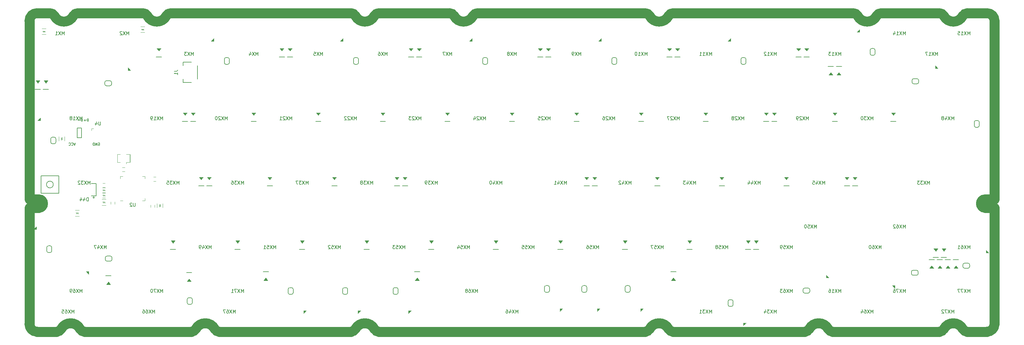
<source format=gbr>
G04 #@! TF.GenerationSoftware,KiCad,Pcbnew,(5.1.11)-1*
G04 #@! TF.CreationDate,2022-07-27T22:19:53+07:00*
G04 #@! TF.ProjectId,krush60hs - Copy,6b727573-6836-4306-9873-202d20436f70,rev?*
G04 #@! TF.SameCoordinates,Original*
G04 #@! TF.FileFunction,Legend,Bot*
G04 #@! TF.FilePolarity,Positive*
%FSLAX46Y46*%
G04 Gerber Fmt 4.6, Leading zero omitted, Abs format (unit mm)*
G04 Created by KiCad (PCBNEW (5.1.11)-1) date 2022-07-27 22:19:53*
%MOMM*%
%LPD*%
G01*
G04 APERTURE LIST*
%ADD10C,3.000000*%
%ADD11C,0.187500*%
%ADD12C,0.120000*%
%ADD13C,0.100000*%
%ADD14C,0.150000*%
G04 APERTURE END LIST*
D10*
X285066246Y-130892496D02*
G75*
G02*
X282816246Y-133142496I-2250000J0D01*
G01*
X282316362Y-96492532D02*
G75*
G02*
X282316362Y-93992532I0J1250000D01*
G01*
X282316362Y-93992532D02*
X285066362Y-93992532D01*
X285066246Y-130892496D02*
X285066246Y-96492532D01*
X285066246Y-96492532D02*
X282316362Y-96492532D01*
X237326851Y-133142496D02*
X268793641Y-133142496D01*
X270123676Y-132336045D02*
G75*
G02*
X275709816Y-132336044I2793070J-1456450D01*
G01*
X277039851Y-133142498D02*
G75*
G02*
X275709816Y-132336044I1J1500002D01*
G01*
X230410676Y-132336045D02*
G75*
G02*
X235996816Y-132336044I2793070J-1456450D01*
G01*
X277039851Y-133142496D02*
X282816246Y-133142496D01*
X230410675Y-132336044D02*
G75*
G02*
X229080641Y-133142496I-1330034J693548D01*
G01*
X270123675Y-132336044D02*
G75*
G02*
X268793641Y-133142496I-1330034J693548D01*
G01*
X237326851Y-133142498D02*
G75*
G02*
X235996816Y-132336044I1J1500002D01*
G01*
X190238851Y-133142498D02*
G75*
G02*
X188908816Y-132336044I1J1500002D01*
G01*
X96522676Y-132336045D02*
G75*
G02*
X102108816Y-132336044I2793070J-1456450D01*
G01*
X190238851Y-133142496D02*
X229080641Y-133142496D01*
X56351851Y-133142498D02*
G75*
G02*
X55021816Y-132336044I1J1500002D01*
G01*
X103438851Y-133142496D02*
X181992641Y-133142496D01*
X183322675Y-132336044D02*
G75*
G02*
X181992641Y-133142496I-1330034J693548D01*
G01*
X183322676Y-132336045D02*
G75*
G02*
X188908816Y-132336044I2793070J-1456450D01*
G01*
X103438851Y-133142498D02*
G75*
G02*
X102108816Y-132336044I1J1500002D01*
G01*
X96522675Y-132336044D02*
G75*
G02*
X95192641Y-133142496I-1330034J693548D01*
G01*
X56351851Y-133142496D02*
X95192641Y-133142496D01*
X49435676Y-132336045D02*
G75*
G02*
X55021816Y-132336044I2793070J-1456450D01*
G01*
X3116362Y-96492532D02*
X366362Y-96492532D01*
X9722675Y-132336044D02*
G75*
G02*
X8392641Y-133142496I-1330034J693548D01*
G01*
X366246Y-93992532D02*
X3116362Y-93992532D01*
X49435675Y-132336044D02*
G75*
G02*
X48105641Y-133142496I-1330034J693548D01*
G01*
X366362Y-96492532D02*
X366245Y-130892496D01*
X3116362Y-93992532D02*
G75*
G02*
X3116362Y-96492532I0J-1250000D01*
G01*
X16638851Y-133142496D02*
X48105641Y-133142496D01*
X16638851Y-133142498D02*
G75*
G02*
X15308816Y-132336044I1J1500002D01*
G01*
X2616246Y-133142497D02*
G75*
G02*
X366245Y-130892496I0J2250001D01*
G01*
X9722676Y-132336045D02*
G75*
G02*
X15308816Y-132336044I2793070J-1456450D01*
G01*
X2616246Y-133142497D02*
X8392641Y-133142496D01*
X181993715Y-38942495D02*
X132551928Y-38942496D01*
X131221817Y-39748947D02*
G75*
G02*
X132551928Y-38942496I1330034J-693549D01*
G01*
X188909894Y-39748948D02*
G75*
G02*
X190239928Y-38942496I1330034J-693548D01*
G01*
X188909893Y-39748948D02*
G75*
G02*
X183323750Y-39748946I-2793071J1456452D01*
G01*
X181993715Y-38942496D02*
G75*
G02*
X183323750Y-39748946I2J-1500000D01*
G01*
X124305639Y-38942496D02*
G75*
G02*
X125635674Y-39748946I2J-1500000D01*
G01*
X95192715Y-38942496D02*
G75*
G02*
X96522750Y-39748946I2J-1500000D01*
G01*
X102108893Y-39748948D02*
G75*
G02*
X96522750Y-39748946I-2793071J1456452D01*
G01*
X102108894Y-39748948D02*
G75*
G02*
X103438928Y-38942496I1330034J-693548D01*
G01*
X124305639Y-38942495D02*
X103438928Y-38942496D01*
X131221816Y-39748947D02*
G75*
G02*
X125635674Y-39748946I-2793071J1456451D01*
G01*
X282816246Y-38942496D02*
G75*
G02*
X285066246Y-41192496I0J-2250000D01*
G01*
X243368139Y-38942495D02*
X190239928Y-38942496D01*
X243368139Y-38942496D02*
G75*
G02*
X244698174Y-39748946I2J-1500000D01*
G01*
X275709494Y-39748948D02*
G75*
G02*
X277039528Y-38942496I1330034J-693548D01*
G01*
X250284318Y-39748948D02*
G75*
G02*
X251614352Y-38942496I1330034J-693548D01*
G01*
X250284317Y-39748948D02*
G75*
G02*
X244698174Y-39748946I-2793071J1456452D01*
G01*
X268793315Y-38942495D02*
X251614352Y-38942496D01*
X268793315Y-38942496D02*
G75*
G02*
X270123350Y-39748946I2J-1500000D01*
G01*
X282816246Y-38942496D02*
X277039528Y-38942496D01*
X285066362Y-93992532D02*
X285066246Y-41192496D01*
X275709493Y-39748948D02*
G75*
G02*
X270123350Y-39748946I-2793071J1456452D01*
G01*
X366245Y-41192496D02*
X366246Y-93992532D01*
X366246Y-41192496D02*
G75*
G02*
X2616246Y-38942496I2250000J0D01*
G01*
X13309317Y-39748948D02*
G75*
G02*
X7723174Y-39748946I-2793071J1456452D01*
G01*
X40734317Y-39748948D02*
G75*
G02*
X35148174Y-39748946I-2793071J1456452D01*
G01*
X33818139Y-38942496D02*
G75*
G02*
X35148174Y-39748946I2J-1500000D01*
G01*
X95192715Y-38942495D02*
X42064352Y-38942496D01*
X33818139Y-38942495D02*
X14639352Y-38942496D01*
X40734318Y-39748948D02*
G75*
G02*
X42064352Y-38942496I1330034J-693548D01*
G01*
X6393139Y-38942496D02*
G75*
G02*
X7723174Y-39748946I2J-1500000D01*
G01*
X13309318Y-39748948D02*
G75*
G02*
X14639352Y-38942496I1330034J-693548D01*
G01*
X6393139Y-38942495D02*
X2616246Y-38942496D01*
D11*
X17766219Y-70903995D02*
X17766219Y-70153995D01*
X17587647Y-70153995D01*
X17480505Y-70189710D01*
X17409076Y-70261138D01*
X17373362Y-70332567D01*
X17337647Y-70475424D01*
X17337647Y-70582567D01*
X17373362Y-70725424D01*
X17409076Y-70796852D01*
X17480505Y-70868281D01*
X17587647Y-70903995D01*
X17766219Y-70903995D01*
X17016219Y-70618281D02*
X16444790Y-70618281D01*
X16730505Y-70903995D02*
X16730505Y-70332567D01*
X15980274Y-70903995D02*
X15980274Y-70153995D01*
X15801702Y-70153995D01*
X15694560Y-70189710D01*
X15623131Y-70261138D01*
X15587417Y-70332567D01*
X15551702Y-70475424D01*
X15551702Y-70582567D01*
X15587417Y-70725424D01*
X15623131Y-70796852D01*
X15694560Y-70868281D01*
X15801702Y-70903995D01*
X15980274Y-70903995D01*
X15230274Y-70618281D02*
X14658845Y-70618281D01*
X20653508Y-77333490D02*
X20724937Y-77297775D01*
X20832080Y-77297775D01*
X20939222Y-77333490D01*
X21010651Y-77404918D01*
X21046365Y-77476347D01*
X21082080Y-77619204D01*
X21082080Y-77726347D01*
X21046365Y-77869204D01*
X21010651Y-77940632D01*
X20939222Y-78012061D01*
X20832080Y-78047775D01*
X20760651Y-78047775D01*
X20653508Y-78012061D01*
X20617794Y-77976347D01*
X20617794Y-77726347D01*
X20760651Y-77726347D01*
X20296365Y-78047775D02*
X20296365Y-77297775D01*
X19867794Y-78047775D01*
X19867794Y-77297775D01*
X19510651Y-78047775D02*
X19510651Y-77297775D01*
X19332080Y-77297775D01*
X19224937Y-77333490D01*
X19153508Y-77404918D01*
X19117794Y-77476347D01*
X19082080Y-77619204D01*
X19082080Y-77726347D01*
X19117794Y-77869204D01*
X19153508Y-77940632D01*
X19224937Y-78012061D01*
X19332080Y-78047775D01*
X19510651Y-78047775D01*
X13938300Y-77297775D02*
X13688300Y-78047775D01*
X13438300Y-77297775D01*
X12759728Y-77976347D02*
X12795442Y-78012061D01*
X12902585Y-78047775D01*
X12974014Y-78047775D01*
X13081157Y-78012061D01*
X13152585Y-77940632D01*
X13188300Y-77869204D01*
X13224014Y-77726347D01*
X13224014Y-77619204D01*
X13188300Y-77476347D01*
X13152585Y-77404918D01*
X13081157Y-77333490D01*
X12974014Y-77297775D01*
X12902585Y-77297775D01*
X12795442Y-77333490D01*
X12759728Y-77369204D01*
X12009728Y-77976347D02*
X12045442Y-78012061D01*
X12152585Y-78047775D01*
X12224014Y-78047775D01*
X12331157Y-78012061D01*
X12402585Y-77940632D01*
X12438300Y-77869204D01*
X12474014Y-77726347D01*
X12474014Y-77619204D01*
X12438300Y-77476347D01*
X12402585Y-77404918D01*
X12331157Y-77333490D01*
X12224014Y-77297775D01*
X12152585Y-77297775D01*
X12045442Y-77333490D01*
X12009728Y-77369204D01*
D12*
X33174083Y-44655309D02*
X34374083Y-44655309D01*
X34374083Y-42895309D02*
X33174083Y-42895309D01*
D13*
X33624083Y-43575309D02*
X33524083Y-43975309D01*
X33724083Y-43975309D02*
X33624083Y-43575309D01*
X33924083Y-43975309D02*
X33824083Y-43575309D01*
X34124083Y-43975309D02*
X34024083Y-43575309D01*
X34024083Y-43575309D02*
X33924083Y-43975309D01*
X33524083Y-43975309D02*
X33424083Y-43575309D01*
X33824083Y-43575309D02*
X33724083Y-43975309D01*
D12*
X5203746Y-43490622D02*
X4003746Y-43490622D01*
X4003746Y-45250622D02*
X5203746Y-45250622D01*
D13*
X4753746Y-44570622D02*
X4853746Y-44170622D01*
X4653746Y-44170622D02*
X4753746Y-44570622D01*
X4453746Y-44170622D02*
X4553746Y-44570622D01*
X4253746Y-44170622D02*
X4353746Y-44570622D01*
X4353746Y-44570622D02*
X4453746Y-44170622D01*
X4853746Y-44170622D02*
X4953746Y-44570622D01*
X4553746Y-44570622D02*
X4653746Y-44170622D01*
D14*
X164786700Y-121002316D02*
X164786700Y-120002316D01*
X164286700Y-119502316D02*
X163786700Y-119502316D01*
X163286700Y-120002316D02*
X163286700Y-121002316D01*
X163786700Y-121502316D02*
X164286700Y-121502316D01*
D13*
G36*
X167836700Y-127152316D02*
G01*
X167836700Y-126352316D01*
X168636700Y-126352316D01*
X167836700Y-127152316D01*
G37*
X167836700Y-127152316D02*
X167836700Y-126352316D01*
X168636700Y-126352316D01*
X167836700Y-127152316D01*
D14*
X163786700Y-119502316D02*
G75*
G03*
X163286700Y-120002316I0J-500000D01*
G01*
X163286700Y-121002316D02*
G75*
G03*
X163786700Y-121502316I500000J0D01*
G01*
X164286700Y-121502316D02*
G75*
G03*
X164786700Y-121002316I0J500000D01*
G01*
X164786700Y-120002316D02*
G75*
G03*
X164286700Y-119502316I-500000J0D01*
G01*
X153773354Y-121002316D02*
X153773354Y-120002316D01*
X153273354Y-119502316D02*
X152773354Y-119502316D01*
X152273354Y-120002316D02*
X152273354Y-121002316D01*
X152773354Y-121502316D02*
X153273354Y-121502316D01*
D13*
G36*
X156823354Y-127152316D02*
G01*
X156823354Y-126352316D01*
X157623354Y-126352316D01*
X156823354Y-127152316D01*
G37*
X156823354Y-127152316D02*
X156823354Y-126352316D01*
X157623354Y-126352316D01*
X156823354Y-127152316D01*
D14*
X152773354Y-119502316D02*
G75*
G03*
X152273354Y-120002316I0J-500000D01*
G01*
X152273354Y-121002316D02*
G75*
G03*
X152773354Y-121502316I500000J0D01*
G01*
X153273354Y-121502316D02*
G75*
G03*
X153773354Y-121002316I0J500000D01*
G01*
X153773354Y-120002316D02*
G75*
G03*
X153273354Y-119502316I-500000J0D01*
G01*
X94241754Y-121597632D02*
X94241754Y-120597632D01*
X93741754Y-120097632D02*
X93241754Y-120097632D01*
X92741754Y-120597632D02*
X92741754Y-121597632D01*
X93241754Y-122097632D02*
X93741754Y-122097632D01*
D13*
G36*
X97291754Y-127747632D02*
G01*
X97291754Y-126947632D01*
X98091754Y-126947632D01*
X97291754Y-127747632D01*
G37*
X97291754Y-127747632D02*
X97291754Y-126947632D01*
X98091754Y-126947632D01*
X97291754Y-127747632D01*
D14*
X93241754Y-120097632D02*
G75*
G03*
X92741754Y-120597632I0J-500000D01*
G01*
X92741754Y-121597632D02*
G75*
G03*
X93241754Y-122097632I500000J0D01*
G01*
X93741754Y-122097632D02*
G75*
G03*
X94241754Y-121597632I0J500000D01*
G01*
X94241754Y-120597632D02*
G75*
G03*
X93741754Y-120097632I-500000J0D01*
G01*
X45716250Y-58442500D02*
X45716250Y-59442500D01*
X45716250Y-59442500D02*
X48116250Y-59442500D01*
X49916250Y-58442500D02*
X49916250Y-54442500D01*
X48116250Y-53442500D02*
X45716250Y-53442500D01*
X45716250Y-53442500D02*
X45716250Y-54442500D01*
X3789685Y-92214410D02*
X8989685Y-92214410D01*
X8989685Y-92214410D02*
X8989685Y-87014410D01*
X8989685Y-87014410D02*
X3789685Y-87014410D01*
X3789685Y-87014410D02*
X3789685Y-92214410D01*
X7389685Y-89614410D02*
G75*
G03*
X7389685Y-89614410I-1000000J0D01*
G01*
D13*
G36*
X266541466Y-113622243D02*
G01*
X265941466Y-114422243D01*
X267141466Y-114422243D01*
X266541466Y-113622243D01*
G37*
X266541466Y-113622243D02*
X265941466Y-114422243D01*
X267141466Y-114422243D01*
X266541466Y-113622243D01*
D14*
X267341466Y-111822243D02*
X265741466Y-111822243D01*
X274485666Y-111822322D02*
X272885666Y-111822322D01*
D13*
G36*
X273685666Y-113622322D02*
G01*
X273085666Y-114422322D01*
X274285666Y-114422322D01*
X273685666Y-113622322D01*
G37*
X273685666Y-113622322D02*
X273085666Y-114422322D01*
X274285666Y-114422322D01*
X273685666Y-113622322D01*
D14*
X272104410Y-111822322D02*
X270504410Y-111822322D01*
D13*
G36*
X271304410Y-113622322D02*
G01*
X270704410Y-114422322D01*
X271904410Y-114422322D01*
X271304410Y-113622322D01*
G37*
X271304410Y-113622322D02*
X270704410Y-114422322D01*
X271904410Y-114422322D01*
X271304410Y-113622322D01*
D14*
X269722718Y-111822243D02*
X268122718Y-111822243D01*
D13*
G36*
X268922718Y-113622243D02*
G01*
X268322718Y-114422243D01*
X269522718Y-114422243D01*
X268922718Y-113622243D01*
G37*
X268922718Y-113622243D02*
X268322718Y-114422243D01*
X269522718Y-114422243D01*
X268922718Y-113622243D01*
D14*
X191142314Y-115394472D02*
X189542314Y-115394472D01*
D13*
G36*
X190342314Y-117194472D02*
G01*
X189742314Y-117994472D01*
X190942314Y-117994472D01*
X190342314Y-117194472D01*
G37*
X190342314Y-117194472D02*
X189742314Y-117994472D01*
X190942314Y-117994472D01*
X190342314Y-117194472D01*
D14*
X115536655Y-115394125D02*
X113936655Y-115394125D01*
D13*
G36*
X114736655Y-117194125D02*
G01*
X114136655Y-117994125D01*
X115336655Y-117994125D01*
X114736655Y-117194125D01*
G37*
X114736655Y-117194125D02*
X114136655Y-117994125D01*
X115336655Y-117994125D01*
X114736655Y-117194125D01*
D14*
X70888400Y-115394250D02*
X69288400Y-115394250D01*
D13*
G36*
X70088400Y-117194250D02*
G01*
X69488400Y-117994250D01*
X70688400Y-117994250D01*
X70088400Y-117194250D01*
G37*
X70088400Y-117194250D02*
X69488400Y-117994250D01*
X70688400Y-117994250D01*
X70088400Y-117194250D01*
D14*
X48266358Y-115691907D02*
X46666358Y-115691907D01*
D13*
G36*
X47466358Y-117491907D02*
G01*
X46866358Y-118291907D01*
X48066358Y-118291907D01*
X47466358Y-117491907D01*
G37*
X47466358Y-117491907D02*
X46866358Y-118291907D01*
X48066358Y-118291907D01*
X47466358Y-117491907D01*
D14*
X24453798Y-116584878D02*
X22853798Y-116584878D01*
D13*
G36*
X23653798Y-118384878D02*
G01*
X23053798Y-119184878D01*
X24253798Y-119184878D01*
X23653798Y-118384878D01*
G37*
X23653798Y-118384878D02*
X23053798Y-119184878D01*
X24253798Y-119184878D01*
X23653798Y-118384878D01*
D14*
X269313788Y-111162153D02*
X270913788Y-111162153D01*
D13*
G36*
X270113788Y-109362153D02*
G01*
X270713788Y-108562153D01*
X269513788Y-108562153D01*
X270113788Y-109362153D01*
G37*
X270113788Y-109362153D02*
X270713788Y-108562153D01*
X269513788Y-108562153D01*
X270113788Y-109362153D01*
D14*
X266932532Y-111162153D02*
X268532532Y-111162153D01*
D13*
G36*
X267732532Y-109362153D02*
G01*
X268332532Y-108562153D01*
X267132532Y-108562153D01*
X267732532Y-109362153D01*
G37*
X267732532Y-109362153D02*
X268332532Y-108562153D01*
X267132532Y-108562153D01*
X267732532Y-109362153D01*
D14*
X213949061Y-108781265D02*
X215549061Y-108781265D01*
D13*
G36*
X214749061Y-106981265D02*
G01*
X215349061Y-106181265D01*
X214149061Y-106181265D01*
X214749061Y-106981265D01*
G37*
X214749061Y-106981265D02*
X215349061Y-106181265D01*
X214149061Y-106181265D01*
X214749061Y-106981265D01*
D14*
X211568831Y-108781265D02*
X213168831Y-108781265D01*
D13*
G36*
X212368831Y-106981265D02*
G01*
X212968831Y-106181265D01*
X211768831Y-106181265D01*
X212368831Y-106981265D01*
G37*
X212368831Y-106981265D02*
X212968831Y-106181265D01*
X211768831Y-106181265D01*
X212368831Y-106981265D01*
D14*
X194304690Y-108781265D02*
X195904690Y-108781265D01*
D13*
G36*
X195104690Y-106981265D02*
G01*
X195704690Y-106181265D01*
X194504690Y-106181265D01*
X195104690Y-106981265D01*
G37*
X195104690Y-106981265D02*
X195704690Y-106181265D01*
X194504690Y-106181265D01*
X195104690Y-106981265D01*
D14*
X175254610Y-108781265D02*
X176854610Y-108781265D01*
D13*
G36*
X176054610Y-106981265D02*
G01*
X176654610Y-106181265D01*
X175454610Y-106181265D01*
X176054610Y-106981265D01*
G37*
X176054610Y-106981265D02*
X176654610Y-106181265D01*
X175454610Y-106181265D01*
X176054610Y-106981265D01*
D14*
X156204530Y-108781265D02*
X157804530Y-108781265D01*
D13*
G36*
X157004530Y-106981265D02*
G01*
X157604530Y-106181265D01*
X156404530Y-106181265D01*
X157004530Y-106981265D01*
G37*
X157004530Y-106981265D02*
X157604530Y-106181265D01*
X156404530Y-106181265D01*
X157004530Y-106981265D01*
D14*
X137154450Y-108781265D02*
X138754450Y-108781265D01*
D13*
G36*
X137954450Y-106981265D02*
G01*
X138554450Y-106181265D01*
X137354450Y-106181265D01*
X137954450Y-106981265D01*
G37*
X137954450Y-106981265D02*
X138554450Y-106181265D01*
X137354450Y-106181265D01*
X137954450Y-106981265D01*
D14*
X118104370Y-108781265D02*
X119704370Y-108781265D01*
D13*
G36*
X118904370Y-106981265D02*
G01*
X119504370Y-106181265D01*
X118304370Y-106181265D01*
X118904370Y-106981265D01*
G37*
X118904370Y-106981265D02*
X119504370Y-106181265D01*
X118304370Y-106181265D01*
X118904370Y-106981265D01*
D14*
X99054290Y-108781265D02*
X100654290Y-108781265D01*
D13*
G36*
X99854290Y-106981265D02*
G01*
X100454290Y-106181265D01*
X99254290Y-106181265D01*
X99854290Y-106981265D01*
G37*
X99854290Y-106981265D02*
X100454290Y-106181265D01*
X99254290Y-106181265D01*
X99854290Y-106981265D01*
D14*
X80004210Y-108781265D02*
X81604210Y-108781265D01*
D13*
G36*
X80804210Y-106981265D02*
G01*
X81404210Y-106181265D01*
X80204210Y-106181265D01*
X80804210Y-106981265D01*
G37*
X80804210Y-106981265D02*
X81404210Y-106181265D01*
X80204210Y-106181265D01*
X80804210Y-106981265D01*
D14*
X60954130Y-108781265D02*
X62554130Y-108781265D01*
D13*
G36*
X61754130Y-106981265D02*
G01*
X62354130Y-106181265D01*
X61154130Y-106181265D01*
X61754130Y-106981265D01*
G37*
X61754130Y-106981265D02*
X62354130Y-106181265D01*
X61154130Y-106181265D01*
X61754130Y-106981265D01*
D14*
X41903846Y-108780941D02*
X43503846Y-108780941D01*
D13*
G36*
X42703846Y-106980941D02*
G01*
X43303846Y-106180941D01*
X42103846Y-106180941D01*
X42703846Y-106980941D01*
G37*
X42703846Y-106980941D02*
X43303846Y-106180941D01*
X42103846Y-106180941D01*
X42703846Y-106980941D01*
G36*
X243919572Y-88228471D02*
G01*
X244519572Y-87428471D01*
X243319572Y-87428471D01*
X243919572Y-88228471D01*
G37*
X243919572Y-88228471D02*
X244519572Y-87428471D01*
X243319572Y-87428471D01*
X243919572Y-88228471D01*
D14*
X243119572Y-90028471D02*
X244719572Y-90028471D01*
X240739260Y-90028842D02*
X242339260Y-90028842D01*
D13*
G36*
X241539260Y-88228842D02*
G01*
X242139260Y-87428842D01*
X240939260Y-87428842D01*
X241539260Y-88228842D01*
G37*
X241539260Y-88228842D02*
X242139260Y-87428842D01*
X240939260Y-87428842D01*
X241539260Y-88228842D01*
D14*
X222879810Y-90028842D02*
X224479810Y-90028842D01*
D13*
G36*
X223679810Y-88228842D02*
G01*
X224279810Y-87428842D01*
X223079810Y-87428842D01*
X223679810Y-88228842D01*
G37*
X223679810Y-88228842D02*
X224279810Y-87428842D01*
X223079810Y-87428842D01*
X223679810Y-88228842D01*
D14*
X203829730Y-90028842D02*
X205429730Y-90028842D01*
D13*
G36*
X204629730Y-88228842D02*
G01*
X205229730Y-87428842D01*
X204029730Y-87428842D01*
X204629730Y-88228842D01*
G37*
X204629730Y-88228842D02*
X205229730Y-87428842D01*
X204029730Y-87428842D01*
X204629730Y-88228842D01*
D14*
X184779650Y-90028842D02*
X186379650Y-90028842D01*
D13*
G36*
X185579650Y-88228842D02*
G01*
X186179650Y-87428842D01*
X184979650Y-87428842D01*
X185579650Y-88228842D01*
G37*
X185579650Y-88228842D02*
X186179650Y-87428842D01*
X184979650Y-87428842D01*
X185579650Y-88228842D01*
D14*
X166324195Y-90028842D02*
X167924195Y-90028842D01*
D13*
G36*
X167124195Y-88228842D02*
G01*
X167724195Y-87428842D01*
X166524195Y-87428842D01*
X167124195Y-88228842D01*
G37*
X167124195Y-88228842D02*
X167724195Y-87428842D01*
X166524195Y-87428842D01*
X167124195Y-88228842D01*
D14*
X163942943Y-90028471D02*
X165542943Y-90028471D01*
D13*
G36*
X164742943Y-88228471D02*
G01*
X165342943Y-87428471D01*
X164142943Y-87428471D01*
X164742943Y-88228471D01*
G37*
X164742943Y-88228471D02*
X165342943Y-87428471D01*
X164142943Y-87428471D01*
X164742943Y-88228471D01*
D14*
X110364773Y-90028471D02*
X111964773Y-90028471D01*
D13*
G36*
X111164773Y-88228471D02*
G01*
X111764773Y-87428471D01*
X110564773Y-87428471D01*
X111164773Y-88228471D01*
G37*
X111164773Y-88228471D02*
X111764773Y-87428471D01*
X110564773Y-87428471D01*
X111164773Y-88228471D01*
D14*
X107983521Y-90028442D02*
X109583521Y-90028442D01*
D13*
G36*
X108783521Y-88228442D02*
G01*
X109383521Y-87428442D01*
X108183521Y-87428442D01*
X108783521Y-88228442D01*
G37*
X108783521Y-88228442D02*
X109383521Y-87428442D01*
X108183521Y-87428442D01*
X108783521Y-88228442D01*
D14*
X89529250Y-90028842D02*
X91129250Y-90028842D01*
D13*
G36*
X90329250Y-88228842D02*
G01*
X90929250Y-87428842D01*
X89729250Y-87428842D01*
X90329250Y-88228842D01*
G37*
X90329250Y-88228842D02*
X90929250Y-87428842D01*
X89729250Y-87428842D01*
X90329250Y-88228842D01*
D14*
X70479170Y-90028842D02*
X72079170Y-90028842D01*
D13*
G36*
X71279170Y-88228842D02*
G01*
X71879170Y-87428842D01*
X70679170Y-87428842D01*
X71279170Y-88228842D01*
G37*
X71279170Y-88228842D02*
X71879170Y-87428842D01*
X70679170Y-87428842D01*
X71279170Y-88228842D01*
D14*
X50238125Y-90028442D02*
X51838125Y-90028442D01*
D13*
G36*
X51038125Y-88228442D02*
G01*
X51638125Y-87428442D01*
X50438125Y-87428442D01*
X51038125Y-88228442D01*
G37*
X51038125Y-88228442D02*
X51638125Y-87428442D01*
X50438125Y-87428442D01*
X51038125Y-88228442D01*
D14*
X254431758Y-70978560D02*
X256031758Y-70978560D01*
D13*
G36*
X255231758Y-69178560D02*
G01*
X255831758Y-68378560D01*
X254631758Y-68378560D01*
X255231758Y-69178560D01*
G37*
X255231758Y-69178560D02*
X255831758Y-68378560D01*
X254631758Y-68378560D01*
X255231758Y-69178560D01*
D14*
X52619375Y-90028442D02*
X54219375Y-90028442D01*
D13*
G36*
X53419375Y-88228442D02*
G01*
X54019375Y-87428442D01*
X52819375Y-87428442D01*
X53419375Y-88228442D01*
G37*
X53419375Y-88228442D02*
X54019375Y-87428442D01*
X52819375Y-87428442D01*
X53419375Y-88228442D01*
D14*
X237166886Y-70978442D02*
X238766886Y-70978442D01*
D13*
G36*
X237966886Y-69178442D02*
G01*
X238566886Y-68378442D01*
X237366886Y-68378442D01*
X237966886Y-69178442D01*
G37*
X237966886Y-69178442D02*
X238566886Y-68378442D01*
X237366886Y-68378442D01*
X237966886Y-69178442D01*
D14*
X219307920Y-70978762D02*
X220907920Y-70978762D01*
D13*
G36*
X220107920Y-69178762D02*
G01*
X220707920Y-68378762D01*
X219507920Y-68378762D01*
X220107920Y-69178762D01*
G37*
X220107920Y-69178762D02*
X220707920Y-68378762D01*
X219507920Y-68378762D01*
X220107920Y-69178762D01*
D14*
X216926660Y-70978762D02*
X218526660Y-70978762D01*
D13*
G36*
X217726660Y-69178762D02*
G01*
X218326660Y-68378762D01*
X217126660Y-68378762D01*
X217726660Y-69178762D01*
G37*
X217726660Y-69178762D02*
X218326660Y-68378762D01*
X217126660Y-68378762D01*
X217726660Y-69178762D01*
D14*
X199067210Y-70978762D02*
X200667210Y-70978762D01*
D13*
G36*
X199867210Y-69178762D02*
G01*
X200467210Y-68378762D01*
X199267210Y-68378762D01*
X199867210Y-69178762D01*
G37*
X199867210Y-69178762D02*
X200467210Y-68378762D01*
X199267210Y-68378762D01*
X199867210Y-69178762D01*
D14*
X180016426Y-70978442D02*
X181616426Y-70978442D01*
D13*
G36*
X180816426Y-69178442D02*
G01*
X181416426Y-68378442D01*
X180216426Y-68378442D01*
X180816426Y-69178442D01*
G37*
X180816426Y-69178442D02*
X181416426Y-68378442D01*
X180216426Y-68378442D01*
X180816426Y-69178442D01*
D14*
X160967050Y-70978762D02*
X162567050Y-70978762D01*
D13*
G36*
X161767050Y-69178762D02*
G01*
X162367050Y-68378762D01*
X161167050Y-68378762D01*
X161767050Y-69178762D01*
G37*
X161767050Y-69178762D02*
X162367050Y-68378762D01*
X161167050Y-68378762D01*
X161767050Y-69178762D01*
D14*
X141916394Y-70978442D02*
X143516394Y-70978442D01*
D13*
G36*
X142716394Y-69178442D02*
G01*
X143316394Y-68378442D01*
X142116394Y-68378442D01*
X142716394Y-69178442D01*
G37*
X142716394Y-69178442D02*
X143316394Y-68378442D01*
X142116394Y-68378442D01*
X142716394Y-69178442D01*
D14*
X122866378Y-70978442D02*
X124466378Y-70978442D01*
D13*
G36*
X123666378Y-69178442D02*
G01*
X124266378Y-68378442D01*
X123066378Y-68378442D01*
X123666378Y-69178442D01*
G37*
X123666378Y-69178442D02*
X124266378Y-68378442D01*
X123066378Y-68378442D01*
X123666378Y-69178442D01*
D14*
X103816362Y-70978442D02*
X105416362Y-70978442D01*
D13*
G36*
X104616362Y-69178442D02*
G01*
X105216362Y-68378442D01*
X104016362Y-68378442D01*
X104616362Y-69178442D01*
G37*
X104616362Y-69178442D02*
X105216362Y-68378442D01*
X104016362Y-68378442D01*
X104616362Y-69178442D01*
D14*
X84766346Y-70978442D02*
X86366346Y-70978442D01*
D13*
G36*
X85566346Y-69178442D02*
G01*
X86166346Y-68378442D01*
X84966346Y-68378442D01*
X85566346Y-69178442D01*
G37*
X85566346Y-69178442D02*
X86166346Y-68378442D01*
X84966346Y-68378442D01*
X85566346Y-69178442D01*
D14*
X65716330Y-70978442D02*
X67316330Y-70978442D01*
D13*
G36*
X66516330Y-69178442D02*
G01*
X67116330Y-68378442D01*
X65916330Y-68378442D01*
X66516330Y-69178442D01*
G37*
X66516330Y-69178442D02*
X67116330Y-68378442D01*
X65916330Y-68378442D01*
X66516330Y-69178442D01*
D14*
X45475730Y-70978762D02*
X47075730Y-70978762D01*
D13*
G36*
X46275730Y-69178762D02*
G01*
X46875730Y-68378762D01*
X45675730Y-68378762D01*
X46275730Y-69178762D01*
G37*
X46275730Y-69178762D02*
X46875730Y-68378762D01*
X45675730Y-68378762D01*
X46275730Y-69178762D01*
D14*
X47856986Y-70978502D02*
X49456986Y-70978502D01*
D13*
G36*
X48656986Y-69178502D02*
G01*
X49256986Y-68378502D01*
X48056986Y-68378502D01*
X48656986Y-69178502D01*
G37*
X48656986Y-69178502D02*
X49256986Y-68378502D01*
X48056986Y-68378502D01*
X48656986Y-69178502D01*
D14*
X239958226Y-54672240D02*
X238358226Y-54672240D01*
D13*
G36*
X239158226Y-56472240D02*
G01*
X238558226Y-57272240D01*
X239758226Y-57272240D01*
X239158226Y-56472240D01*
G37*
X239158226Y-56472240D02*
X238558226Y-57272240D01*
X239758226Y-57272240D01*
X239158226Y-56472240D01*
D14*
X237576962Y-54672240D02*
X235976962Y-54672240D01*
D13*
G36*
X236776962Y-56472240D02*
G01*
X236176962Y-57272240D01*
X237376962Y-57272240D01*
X236776962Y-56472240D01*
G37*
X236776962Y-56472240D02*
X236176962Y-57272240D01*
X237376962Y-57272240D01*
X236776962Y-56472240D01*
D14*
X228832960Y-51928679D02*
X230432960Y-51928679D01*
D13*
G36*
X229632960Y-50128679D02*
G01*
X230232960Y-49328679D01*
X229032960Y-49328679D01*
X229632960Y-50128679D01*
G37*
X229632960Y-50128679D02*
X230232960Y-49328679D01*
X229032960Y-49328679D01*
X229632960Y-50128679D01*
D14*
X226450840Y-51928439D02*
X228050840Y-51928439D01*
D13*
G36*
X227250840Y-50128439D02*
G01*
X227850840Y-49328439D01*
X226650840Y-49328439D01*
X227250840Y-50128439D01*
G37*
X227250840Y-50128439D02*
X227850840Y-49328439D01*
X226650840Y-49328439D01*
X227250840Y-50128439D01*
D14*
X190732800Y-51928439D02*
X192332800Y-51928439D01*
D13*
G36*
X191532800Y-50128439D02*
G01*
X192132800Y-49328439D01*
X190932800Y-49328439D01*
X191532800Y-50128439D01*
G37*
X191532800Y-50128439D02*
X192132800Y-49328439D01*
X190932800Y-49328439D01*
X191532800Y-50128439D01*
D14*
X188350808Y-51928439D02*
X189950808Y-51928439D01*
D13*
G36*
X189150808Y-50128439D02*
G01*
X189750808Y-49328439D01*
X188550808Y-49328439D01*
X189150808Y-50128439D01*
G37*
X189150808Y-50128439D02*
X189750808Y-49328439D01*
X188550808Y-49328439D01*
X189150808Y-50128439D01*
D14*
X152632640Y-51928439D02*
X154232640Y-51928439D01*
D13*
G36*
X153432640Y-50128439D02*
G01*
X154032640Y-49328439D01*
X152832640Y-49328439D01*
X153432640Y-50128439D01*
G37*
X153432640Y-50128439D02*
X154032640Y-49328439D01*
X152832640Y-49328439D01*
X153432640Y-50128439D01*
D14*
X150250776Y-51928439D02*
X151850776Y-51928439D01*
D13*
G36*
X151050776Y-50128439D02*
G01*
X151650776Y-49328439D01*
X150450776Y-49328439D01*
X151050776Y-50128439D01*
G37*
X151050776Y-50128439D02*
X151650776Y-49328439D01*
X150450776Y-49328439D01*
X151050776Y-50128439D01*
D14*
X114532480Y-51928439D02*
X116132480Y-51928439D01*
D13*
G36*
X115332480Y-50128439D02*
G01*
X115932480Y-49328439D01*
X114732480Y-49328439D01*
X115332480Y-50128439D01*
G37*
X115332480Y-50128439D02*
X115932480Y-49328439D01*
X114732480Y-49328439D01*
X115332480Y-50128439D01*
D14*
X112150744Y-51928439D02*
X113750744Y-51928439D01*
D13*
G36*
X112950744Y-50128439D02*
G01*
X113550744Y-49328439D01*
X112350744Y-49328439D01*
X112950744Y-50128439D01*
G37*
X112950744Y-50128439D02*
X113550744Y-49328439D01*
X112350744Y-49328439D01*
X112950744Y-50128439D01*
D14*
X76432320Y-51928679D02*
X78032320Y-51928679D01*
D13*
G36*
X77232320Y-50128679D02*
G01*
X77832320Y-49328679D01*
X76632320Y-49328679D01*
X77232320Y-50128679D01*
G37*
X77232320Y-50128679D02*
X77832320Y-49328679D01*
X76632320Y-49328679D01*
X77232320Y-50128679D01*
D14*
X74050712Y-51928439D02*
X75650712Y-51928439D01*
D13*
G36*
X74850712Y-50128439D02*
G01*
X75450712Y-49328439D01*
X74250712Y-49328439D01*
X74850712Y-50128439D01*
G37*
X74850712Y-50128439D02*
X75450712Y-49328439D01*
X74250712Y-49328439D01*
X74850712Y-50128439D01*
D14*
X37736587Y-51928439D02*
X39336587Y-51928439D01*
D13*
G36*
X38536587Y-50128439D02*
G01*
X39136587Y-49328439D01*
X37936587Y-49328439D01*
X38536587Y-50128439D01*
G37*
X38536587Y-50128439D02*
X39136587Y-49328439D01*
X37936587Y-49328439D01*
X38536587Y-50128439D01*
D14*
X4399059Y-61453447D02*
X5999059Y-61453447D01*
D13*
G36*
X5199059Y-59653447D02*
G01*
X5799059Y-58853447D01*
X4599059Y-58853447D01*
X5199059Y-59653447D01*
G37*
X5199059Y-59653447D02*
X5799059Y-58853447D01*
X4599059Y-58853447D01*
X5199059Y-59653447D01*
D14*
X2017807Y-61453447D02*
X3617807Y-61453447D01*
D13*
G36*
X2817807Y-59653447D02*
G01*
X3417807Y-58853447D01*
X2217807Y-58853447D01*
X2817807Y-59653447D01*
G37*
X2817807Y-59653447D02*
X3417807Y-58853447D01*
X2217807Y-58853447D01*
X2817807Y-59653447D01*
D14*
X14423750Y-72870400D02*
X14423750Y-75770400D01*
X14423750Y-72870400D02*
X15723750Y-72870400D01*
X15723750Y-72870400D02*
X15723750Y-75770400D01*
X15723750Y-75770400D02*
X14423750Y-75770400D01*
D12*
X15046250Y-97227500D02*
X13846250Y-97227500D01*
X13846250Y-98987500D02*
X15046250Y-98987500D01*
D13*
X14596250Y-98307500D02*
X14696250Y-97907500D01*
X14496250Y-97907500D02*
X14596250Y-98307500D01*
X14296250Y-97907500D02*
X14396250Y-98307500D01*
X14096250Y-97907500D02*
X14196250Y-98307500D01*
X14196250Y-98307500D02*
X14296250Y-97907500D01*
X14696250Y-97907500D02*
X14796250Y-98307500D01*
X14396250Y-98307500D02*
X14496250Y-97907500D01*
D12*
X37954305Y-95265289D02*
X37954305Y-96465289D01*
X39714305Y-96465289D02*
X39714305Y-95265289D01*
D13*
X39034305Y-95715289D02*
X38634305Y-95615289D01*
X38634305Y-95815289D02*
X39034305Y-95715289D01*
X38634305Y-96015289D02*
X39034305Y-95915289D01*
X38634305Y-96215289D02*
X39034305Y-96115289D01*
X39034305Y-96115289D02*
X38634305Y-96015289D01*
X38634305Y-95615289D02*
X39034305Y-95515289D01*
X39034305Y-95915289D02*
X38634305Y-95815289D01*
D12*
X22739597Y-90603246D02*
X21889597Y-90603246D01*
X22739597Y-92003246D02*
X21889597Y-92003246D01*
D13*
X22064597Y-91503246D02*
X21964597Y-91103246D01*
X22564597Y-91103246D02*
X22464597Y-91503246D01*
X22664597Y-91503246D02*
X22564597Y-91103246D01*
X22464597Y-91503246D02*
X22364597Y-91103246D01*
X22364597Y-91103246D02*
X22264597Y-91503246D01*
X22264597Y-91503246D02*
X22164597Y-91103246D01*
X22164597Y-91103246D02*
X22064597Y-91503246D01*
D12*
X22739597Y-92138023D02*
X21889597Y-92138023D01*
X22739597Y-93538023D02*
X21889597Y-93538023D01*
D13*
X22064597Y-93038023D02*
X21964597Y-92638023D01*
X22564597Y-92638023D02*
X22464597Y-93038023D01*
X22664597Y-93038023D02*
X22564597Y-92638023D01*
X22464597Y-93038023D02*
X22364597Y-92638023D01*
X22364597Y-92638023D02*
X22264597Y-93038023D01*
X22264597Y-93038023D02*
X22164597Y-92638023D01*
X22164597Y-92638023D02*
X22064597Y-93038023D01*
D12*
X37656250Y-87411000D02*
X36956250Y-87411000D01*
X36956250Y-88611000D02*
X37656250Y-88611000D01*
X21964597Y-90403246D02*
X22664597Y-90403246D01*
X22664597Y-89203246D02*
X21964597Y-89203246D01*
X27768653Y-85749637D02*
X28468653Y-85749637D01*
X28468653Y-84549637D02*
X27768653Y-84549637D01*
X36150706Y-95662000D02*
X36150706Y-96362000D01*
X37350706Y-96362000D02*
X37350706Y-95662000D01*
X24323750Y-94697500D02*
X24323750Y-95397500D01*
X25523750Y-95397500D02*
X25523750Y-94697500D01*
D14*
X261051312Y-116446814D02*
X262051312Y-116446814D01*
X262551312Y-115946814D02*
X262551312Y-115446814D01*
X262051312Y-114946814D02*
X261051312Y-114946814D01*
X260551312Y-115446814D02*
X260551312Y-115946814D01*
D13*
G36*
X254901312Y-119496814D02*
G01*
X255701312Y-119496814D01*
X255701312Y-120296814D01*
X254901312Y-119496814D01*
G37*
X254901312Y-119496814D02*
X255701312Y-119496814D01*
X255701312Y-120296814D01*
X254901312Y-119496814D01*
D14*
X262551312Y-115446814D02*
G75*
G03*
X262051312Y-114946814I-500000J0D01*
G01*
X261051312Y-114946814D02*
G75*
G03*
X260551312Y-115446814I0J-500000D01*
G01*
X260551312Y-115946814D02*
G75*
G03*
X261051312Y-116446814I500000J0D01*
G01*
X262051312Y-116446814D02*
G75*
G03*
X262551312Y-115946814I0J500000D01*
G01*
D13*
G36*
X236214434Y-117180420D02*
G01*
X235414434Y-117180420D01*
X235414434Y-116380420D01*
X236214434Y-117180420D01*
G37*
X236214434Y-117180420D02*
X235414434Y-117180420D01*
X235414434Y-116380420D01*
X236214434Y-117180420D01*
D14*
X230564434Y-121230420D02*
X230564434Y-120730420D01*
X229064434Y-121730420D02*
X230064434Y-121730420D01*
X228564434Y-120730420D02*
X228564434Y-121230420D01*
X230064434Y-120230420D02*
X229064434Y-120230420D01*
X229064434Y-120230420D02*
G75*
G03*
X228564434Y-120730420I0J-500000D01*
G01*
X230564434Y-120730420D02*
G75*
G03*
X230064434Y-120230420I-500000J0D01*
G01*
X230064434Y-121730420D02*
G75*
G03*
X230564434Y-121230420I0J500000D01*
G01*
X228564434Y-121230420D02*
G75*
G03*
X229064434Y-121730420I500000J0D01*
G01*
X207946105Y-125169129D02*
X207946105Y-124169129D01*
X207446105Y-123669129D02*
X206946105Y-123669129D01*
X206446105Y-124169129D02*
X206446105Y-125169129D01*
X206946105Y-125669129D02*
X207446105Y-125669129D01*
D13*
G36*
X210996105Y-131319129D02*
G01*
X210996105Y-130519129D01*
X211796105Y-130519129D01*
X210996105Y-131319129D01*
G37*
X210996105Y-131319129D02*
X210996105Y-130519129D01*
X211796105Y-130519129D01*
X210996105Y-131319129D01*
D14*
X206946105Y-123669129D02*
G75*
G03*
X206446105Y-124169129I0J-500000D01*
G01*
X206446105Y-125169129D02*
G75*
G03*
X206946105Y-125669129I500000J0D01*
G01*
X207446105Y-125669129D02*
G75*
G03*
X207946105Y-125169129I0J500000D01*
G01*
X207946105Y-124169129D02*
G75*
G03*
X207446105Y-123669129I-500000J0D01*
G01*
X177585730Y-121002210D02*
X177585730Y-120002210D01*
X177085730Y-119502210D02*
X176585730Y-119502210D01*
X176085730Y-120002210D02*
X176085730Y-121002210D01*
X176585730Y-121502210D02*
X177085730Y-121502210D01*
D13*
G36*
X180635730Y-127152210D02*
G01*
X180635730Y-126352210D01*
X181435730Y-126352210D01*
X180635730Y-127152210D01*
G37*
X180635730Y-127152210D02*
X180635730Y-126352210D01*
X181435730Y-126352210D01*
X180635730Y-127152210D01*
D14*
X176585730Y-119502210D02*
G75*
G03*
X176085730Y-120002210I0J-500000D01*
G01*
X176085730Y-121002210D02*
G75*
G03*
X176585730Y-121502210I500000J0D01*
G01*
X177085730Y-121502210D02*
G75*
G03*
X177585730Y-121002210I0J500000D01*
G01*
X177585730Y-120002210D02*
G75*
G03*
X177085730Y-119502210I-500000J0D01*
G01*
X109124505Y-121597525D02*
X109124505Y-120597525D01*
X108624505Y-120097525D02*
X108124505Y-120097525D01*
X107624505Y-120597525D02*
X107624505Y-121597525D01*
X108124505Y-122097525D02*
X108624505Y-122097525D01*
D13*
G36*
X112174505Y-127747525D02*
G01*
X112174505Y-126947525D01*
X112974505Y-126947525D01*
X112174505Y-127747525D01*
G37*
X112174505Y-127747525D02*
X112174505Y-126947525D01*
X112974505Y-126947525D01*
X112174505Y-127747525D01*
D14*
X108124505Y-120097525D02*
G75*
G03*
X107624505Y-120597525I0J-500000D01*
G01*
X107624505Y-121597525D02*
G75*
G03*
X108124505Y-122097525I500000J0D01*
G01*
X108624505Y-122097525D02*
G75*
G03*
X109124505Y-121597525I0J500000D01*
G01*
X109124505Y-120597525D02*
G75*
G03*
X108624505Y-120097525I-500000J0D01*
G01*
X78168125Y-121597525D02*
X78168125Y-120597525D01*
X77668125Y-120097525D02*
X77168125Y-120097525D01*
X76668125Y-120597525D02*
X76668125Y-121597525D01*
X77168125Y-122097525D02*
X77668125Y-122097525D01*
D13*
G36*
X81218125Y-127747525D02*
G01*
X81218125Y-126947525D01*
X82018125Y-126947525D01*
X81218125Y-127747525D01*
G37*
X81218125Y-127747525D02*
X81218125Y-126947525D01*
X82018125Y-126947525D01*
X81218125Y-127747525D01*
D14*
X77168125Y-120097525D02*
G75*
G03*
X76668125Y-120597525I0J-500000D01*
G01*
X76668125Y-121597525D02*
G75*
G03*
X77168125Y-122097525I500000J0D01*
G01*
X77668125Y-122097525D02*
G75*
G03*
X78168125Y-121597525I0J500000D01*
G01*
X78168125Y-120597525D02*
G75*
G03*
X77668125Y-120097525I-500000J0D01*
G01*
X48402221Y-124573816D02*
X48402221Y-123573816D01*
X47902221Y-123073816D02*
X47402221Y-123073816D01*
X46902221Y-123573816D02*
X46902221Y-124573816D01*
X47402221Y-125073816D02*
X47902221Y-125073816D01*
D13*
G36*
X51452221Y-130723816D02*
G01*
X51452221Y-129923816D01*
X52252221Y-129923816D01*
X51452221Y-130723816D01*
G37*
X51452221Y-130723816D02*
X51452221Y-129923816D01*
X52252221Y-129923816D01*
X51452221Y-130723816D01*
D14*
X47402221Y-123073816D02*
G75*
G03*
X46902221Y-123573816I0J-500000D01*
G01*
X46902221Y-124573816D02*
G75*
G03*
X47402221Y-125073816I500000J0D01*
G01*
X47902221Y-125073816D02*
G75*
G03*
X48402221Y-124573816I0J500000D01*
G01*
X48402221Y-123573816D02*
G75*
G03*
X47902221Y-123073816I-500000J0D01*
G01*
X23222542Y-112279395D02*
X24222542Y-112279395D01*
X24722542Y-111779395D02*
X24722542Y-111279395D01*
X24222542Y-110779395D02*
X23222542Y-110779395D01*
X22722542Y-111279395D02*
X22722542Y-111779395D01*
D13*
G36*
X17072542Y-115329395D02*
G01*
X17872542Y-115329395D01*
X17872542Y-116129395D01*
X17072542Y-115329395D01*
G37*
X17072542Y-115329395D02*
X17872542Y-115329395D01*
X17872542Y-116129395D01*
X17072542Y-115329395D01*
D14*
X24722542Y-111279395D02*
G75*
G03*
X24222542Y-110779395I-500000J0D01*
G01*
X23222542Y-110779395D02*
G75*
G03*
X22722542Y-111279395I0J-500000D01*
G01*
X22722542Y-111779395D02*
G75*
G03*
X23222542Y-112279395I500000J0D01*
G01*
X24222542Y-112279395D02*
G75*
G03*
X24722542Y-111779395I0J500000D01*
G01*
X5453746Y-108233174D02*
X5453746Y-109233174D01*
X5953746Y-109733174D02*
X6453746Y-109733174D01*
X6953746Y-109233174D02*
X6953746Y-108233174D01*
X6453746Y-107733174D02*
X5953746Y-107733174D01*
D13*
G36*
X2403746Y-102083174D02*
G01*
X2403746Y-102883174D01*
X1603746Y-102883174D01*
X2403746Y-102083174D01*
G37*
X2403746Y-102083174D02*
X2403746Y-102883174D01*
X1603746Y-102883174D01*
X2403746Y-102083174D01*
D14*
X6453746Y-109733174D02*
G75*
G03*
X6953746Y-109233174I0J500000D01*
G01*
X6953746Y-108233174D02*
G75*
G03*
X6453746Y-107733174I-500000J0D01*
G01*
X5953746Y-107733174D02*
G75*
G03*
X5453746Y-108233174I0J-500000D01*
G01*
X5453746Y-109233174D02*
G75*
G03*
X5953746Y-109733174I500000J0D01*
G01*
X6644520Y-76086600D02*
X6644520Y-77086600D01*
X7144520Y-77586600D02*
X7644520Y-77586600D01*
X8144520Y-77086600D02*
X8144520Y-76086600D01*
X7644520Y-75586600D02*
X7144520Y-75586600D01*
D13*
G36*
X3594520Y-69936600D02*
G01*
X3594520Y-70736600D01*
X2794520Y-70736600D01*
X3594520Y-69936600D01*
G37*
X3594520Y-69936600D02*
X3594520Y-70736600D01*
X2794520Y-70736600D01*
X3594520Y-69936600D01*
D14*
X7644520Y-77586600D02*
G75*
G03*
X8144520Y-77086600I0J500000D01*
G01*
X8144520Y-76086600D02*
G75*
G03*
X7644520Y-75586600I-500000J0D01*
G01*
X7144520Y-75586600D02*
G75*
G03*
X6644520Y-76086600I0J-500000D01*
G01*
X6644520Y-77086600D02*
G75*
G03*
X7144520Y-77586600I500000J0D01*
G01*
X277227750Y-112864000D02*
X276227750Y-112864000D01*
X275727750Y-113364000D02*
X275727750Y-113864000D01*
X276227750Y-114364000D02*
X277227750Y-114364000D01*
X277727750Y-113864000D02*
X277727750Y-113364000D01*
D13*
G36*
X283377750Y-109814000D02*
G01*
X282577750Y-109814000D01*
X282577750Y-109014000D01*
X283377750Y-109814000D01*
G37*
X283377750Y-109814000D02*
X282577750Y-109814000D01*
X282577750Y-109014000D01*
X283377750Y-109814000D01*
D14*
X275727750Y-113864000D02*
G75*
G03*
X276227750Y-114364000I500000J0D01*
G01*
X277227750Y-114364000D02*
G75*
G03*
X277727750Y-113864000I0J500000D01*
G01*
X277727750Y-113364000D02*
G75*
G03*
X277227750Y-112864000I-500000J0D01*
G01*
X276227750Y-112864000D02*
G75*
G03*
X275727750Y-113364000I0J-500000D01*
G01*
X280574291Y-72186272D02*
X280574291Y-71186272D01*
X280074291Y-70686272D02*
X279574291Y-70686272D01*
X279074291Y-71186272D02*
X279074291Y-72186272D01*
X279574291Y-72686272D02*
X280074291Y-72686272D01*
D13*
G36*
X283624291Y-78336272D02*
G01*
X283624291Y-77536272D01*
X284424291Y-77536272D01*
X283624291Y-78336272D01*
G37*
X283624291Y-78336272D02*
X283624291Y-77536272D01*
X284424291Y-77536272D01*
X283624291Y-78336272D01*
D14*
X279574291Y-70686272D02*
G75*
G03*
X279074291Y-71186272I0J-500000D01*
G01*
X279074291Y-72186272D02*
G75*
G03*
X279574291Y-72686272I500000J0D01*
G01*
X280074291Y-72686272D02*
G75*
G03*
X280574291Y-72186272I0J500000D01*
G01*
X280574291Y-71186272D02*
G75*
G03*
X280074291Y-70686272I-500000J0D01*
G01*
X262210000Y-58317780D02*
X261210000Y-58317780D01*
X260710000Y-58817780D02*
X260710000Y-59317780D01*
X261210000Y-59817780D02*
X262210000Y-59817780D01*
X262710000Y-59317780D02*
X262710000Y-58817780D01*
D13*
G36*
X268360000Y-55267780D02*
G01*
X267560000Y-55267780D01*
X267560000Y-54467780D01*
X268360000Y-55267780D01*
G37*
X268360000Y-55267780D02*
X267560000Y-55267780D01*
X267560000Y-54467780D01*
X268360000Y-55267780D01*
D14*
X260710000Y-59317780D02*
G75*
G03*
X261210000Y-59817780I500000J0D01*
G01*
X262210000Y-59817780D02*
G75*
G03*
X262710000Y-59317780I0J500000D01*
G01*
X262710000Y-58817780D02*
G75*
G03*
X262210000Y-58317780I-500000J0D01*
G01*
X261210000Y-58317780D02*
G75*
G03*
X260710000Y-58817780I0J-500000D01*
G01*
X248341862Y-49892512D02*
X248341862Y-50892512D01*
X248841862Y-51392512D02*
X249341862Y-51392512D01*
X249841862Y-50892512D02*
X249841862Y-49892512D01*
X249341862Y-49392512D02*
X248841862Y-49392512D01*
D13*
G36*
X245291862Y-43742512D02*
G01*
X245291862Y-44542512D01*
X244491862Y-44542512D01*
X245291862Y-43742512D01*
G37*
X245291862Y-43742512D02*
X245291862Y-44542512D01*
X244491862Y-44542512D01*
X245291862Y-43742512D01*
D14*
X249341862Y-51392512D02*
G75*
G03*
X249841862Y-50892512I0J500000D01*
G01*
X249841862Y-49892512D02*
G75*
G03*
X249341862Y-49392512I-500000J0D01*
G01*
X248841862Y-49392512D02*
G75*
G03*
X248341862Y-49892512I0J-500000D01*
G01*
X248341862Y-50892512D02*
G75*
G03*
X248841862Y-51392512I500000J0D01*
G01*
X210242250Y-52571651D02*
X210242250Y-53571651D01*
X210742250Y-54071651D02*
X211242250Y-54071651D01*
X211742250Y-53571651D02*
X211742250Y-52571651D01*
X211242250Y-52071651D02*
X210742250Y-52071651D01*
D13*
G36*
X207192250Y-46421651D02*
G01*
X207192250Y-47221651D01*
X206392250Y-47221651D01*
X207192250Y-46421651D01*
G37*
X207192250Y-46421651D02*
X207192250Y-47221651D01*
X206392250Y-47221651D01*
X207192250Y-46421651D01*
D14*
X211242250Y-54071651D02*
G75*
G03*
X211742250Y-53571651I0J500000D01*
G01*
X211742250Y-52571651D02*
G75*
G03*
X211242250Y-52071651I-500000J0D01*
G01*
X210742250Y-52071651D02*
G75*
G03*
X210242250Y-52571651I0J-500000D01*
G01*
X210242250Y-53571651D02*
G75*
G03*
X210742250Y-54071651I500000J0D01*
G01*
X172142090Y-52571651D02*
X172142090Y-53571651D01*
X172642090Y-54071651D02*
X173142090Y-54071651D01*
X173642090Y-53571651D02*
X173642090Y-52571651D01*
X173142090Y-52071651D02*
X172642090Y-52071651D01*
D13*
G36*
X169092090Y-46421651D02*
G01*
X169092090Y-47221651D01*
X168292090Y-47221651D01*
X169092090Y-46421651D01*
G37*
X169092090Y-46421651D02*
X169092090Y-47221651D01*
X168292090Y-47221651D01*
X169092090Y-46421651D01*
D14*
X173142090Y-54071651D02*
G75*
G03*
X173642090Y-53571651I0J500000D01*
G01*
X173642090Y-52571651D02*
G75*
G03*
X173142090Y-52071651I-500000J0D01*
G01*
X172642090Y-52071651D02*
G75*
G03*
X172142090Y-52571651I0J-500000D01*
G01*
X172142090Y-53571651D02*
G75*
G03*
X172642090Y-54071651I500000J0D01*
G01*
X134041930Y-52571651D02*
X134041930Y-53571651D01*
X134541930Y-54071651D02*
X135041930Y-54071651D01*
X135541930Y-53571651D02*
X135541930Y-52571651D01*
X135041930Y-52071651D02*
X134541930Y-52071651D01*
D13*
G36*
X130991930Y-46421651D02*
G01*
X130991930Y-47221651D01*
X130191930Y-47221651D01*
X130991930Y-46421651D01*
G37*
X130991930Y-46421651D02*
X130991930Y-47221651D01*
X130191930Y-47221651D01*
X130991930Y-46421651D01*
D14*
X135041930Y-54071651D02*
G75*
G03*
X135541930Y-53571651I0J500000D01*
G01*
X135541930Y-52571651D02*
G75*
G03*
X135041930Y-52071651I-500000J0D01*
G01*
X134541930Y-52071651D02*
G75*
G03*
X134041930Y-52571651I0J-500000D01*
G01*
X134041930Y-53571651D02*
G75*
G03*
X134541930Y-54071651I500000J0D01*
G01*
X95941770Y-52571651D02*
X95941770Y-53571651D01*
X96441770Y-54071651D02*
X96941770Y-54071651D01*
X97441770Y-53571651D02*
X97441770Y-52571651D01*
X96941770Y-52071651D02*
X96441770Y-52071651D01*
D13*
G36*
X92891770Y-46421651D02*
G01*
X92891770Y-47221651D01*
X92091770Y-47221651D01*
X92891770Y-46421651D01*
G37*
X92891770Y-46421651D02*
X92891770Y-47221651D01*
X92091770Y-47221651D01*
X92891770Y-46421651D01*
D14*
X96941770Y-54071651D02*
G75*
G03*
X97441770Y-53571651I0J500000D01*
G01*
X97441770Y-52571651D02*
G75*
G03*
X96941770Y-52071651I-500000J0D01*
G01*
X96441770Y-52071651D02*
G75*
G03*
X95941770Y-52571651I0J-500000D01*
G01*
X95941770Y-53571651D02*
G75*
G03*
X96441770Y-54071651I500000J0D01*
G01*
X57841610Y-52571651D02*
X57841610Y-53571651D01*
X58341610Y-54071651D02*
X58841610Y-54071651D01*
X59341610Y-53571651D02*
X59341610Y-52571651D01*
X58841610Y-52071651D02*
X58341610Y-52071651D01*
D13*
G36*
X54791610Y-46421651D02*
G01*
X54791610Y-47221651D01*
X53991610Y-47221651D01*
X54791610Y-46421651D01*
G37*
X54791610Y-46421651D02*
X54791610Y-47221651D01*
X53991610Y-47221651D01*
X54791610Y-46421651D01*
D14*
X58841610Y-54071651D02*
G75*
G03*
X59341610Y-53571651I0J500000D01*
G01*
X59341610Y-52571651D02*
G75*
G03*
X58841610Y-52071651I-500000J0D01*
G01*
X58341610Y-52071651D02*
G75*
G03*
X57841610Y-52571651I0J-500000D01*
G01*
X57841610Y-53571651D02*
G75*
G03*
X58341610Y-54071651I500000J0D01*
G01*
X24085014Y-58912821D02*
X23085014Y-58912821D01*
X22585014Y-59412821D02*
X22585014Y-59912821D01*
X23085014Y-60412821D02*
X24085014Y-60412821D01*
X24585014Y-59912821D02*
X24585014Y-59412821D01*
D13*
G36*
X30235014Y-55862821D02*
G01*
X29435014Y-55862821D01*
X29435014Y-55062821D01*
X30235014Y-55862821D01*
G37*
X30235014Y-55862821D02*
X29435014Y-55862821D01*
X29435014Y-55062821D01*
X30235014Y-55862821D01*
D14*
X22585014Y-59912821D02*
G75*
G03*
X23085014Y-60412821I500000J0D01*
G01*
X24085014Y-60412821D02*
G75*
G03*
X24585014Y-59912821I0J500000D01*
G01*
X24585014Y-59412821D02*
G75*
G03*
X24085014Y-58912821I-500000J0D01*
G01*
X23085014Y-58912821D02*
G75*
G03*
X22585014Y-59412821I0J-500000D01*
G01*
D12*
X22914597Y-93958023D02*
X21714597Y-93958023D01*
X21714597Y-95718023D02*
X22914597Y-95718023D01*
D13*
X22464597Y-95038023D02*
X22564597Y-94638023D01*
X22364597Y-94638023D02*
X22464597Y-95038023D01*
X22164597Y-94638023D02*
X22264597Y-95038023D01*
X21964597Y-94638023D02*
X22064597Y-95038023D01*
X22064597Y-95038023D02*
X22164597Y-94638023D01*
X22564597Y-94638023D02*
X22664597Y-95038023D01*
X22264597Y-95038023D02*
X22364597Y-94638023D01*
D12*
X10754250Y-76673000D02*
X10754250Y-75473000D01*
X8994250Y-75473000D02*
X8994250Y-76673000D01*
D13*
X9674250Y-76223000D02*
X10074250Y-76323000D01*
X10074250Y-76123000D02*
X9674250Y-76223000D01*
X10074250Y-75923000D02*
X9674250Y-76023000D01*
X10074250Y-75723000D02*
X9674250Y-75823000D01*
X9674250Y-75823000D02*
X10074250Y-75923000D01*
X10074250Y-76323000D02*
X9674250Y-76423000D01*
X9674250Y-76023000D02*
X10074250Y-76123000D01*
D14*
X19510030Y-93442608D02*
G75*
G03*
X19510030Y-93442608I-200000J0D01*
G01*
X20010030Y-92942608D02*
X20010030Y-89342608D01*
X20010030Y-89342608D02*
X18610030Y-89342608D01*
X20010030Y-92942608D02*
X18610030Y-92942608D01*
D12*
X18668750Y-73050400D02*
X18668750Y-73685400D01*
X19303750Y-73050400D02*
X18668750Y-73050400D01*
X33682750Y-94415420D02*
X34407750Y-94415420D01*
X34407750Y-94415420D02*
X34407750Y-93690420D01*
X27912750Y-87195420D02*
X27187750Y-87195420D01*
X27187750Y-87195420D02*
X27187750Y-87920420D01*
X33682750Y-87195420D02*
X34407750Y-87195420D01*
X34407750Y-87195420D02*
X34407750Y-87920420D01*
X27912750Y-94415420D02*
X27187750Y-94415420D01*
X26318653Y-83075410D02*
X27118653Y-83075410D01*
X26318653Y-80675410D02*
X26318653Y-82675410D01*
X27118653Y-80675410D02*
X26318653Y-80675410D01*
X29918653Y-80675410D02*
X28918653Y-80675410D01*
X29918653Y-82675410D02*
X29918653Y-80675410D01*
X28918653Y-83075410D02*
X29918653Y-83075410D01*
X28918653Y-83075410D02*
X28918653Y-83475410D01*
X30118653Y-80675410D02*
X30118653Y-82675410D01*
X26318653Y-82675410D02*
X26318653Y-83075410D01*
X29918653Y-82675410D02*
X29918653Y-83075410D01*
X30118653Y-82675410D02*
X30118653Y-83075410D01*
D14*
X132572574Y-121547440D02*
X132572574Y-120547440D01*
X132239241Y-121261726D01*
X131905908Y-120547440D01*
X131905908Y-121547440D01*
X131524955Y-120547440D02*
X130858289Y-121547440D01*
X130858289Y-120547440D02*
X131524955Y-121547440D01*
X130048765Y-120547440D02*
X130239241Y-120547440D01*
X130334479Y-120595060D01*
X130382098Y-120642679D01*
X130477336Y-120785536D01*
X130524955Y-120976012D01*
X130524955Y-121356964D01*
X130477336Y-121452202D01*
X130429717Y-121499821D01*
X130334479Y-121547440D01*
X130144003Y-121547440D01*
X130048765Y-121499821D01*
X130001146Y-121452202D01*
X129953527Y-121356964D01*
X129953527Y-121118869D01*
X130001146Y-121023631D01*
X130048765Y-120976012D01*
X130144003Y-120928393D01*
X130334479Y-120928393D01*
X130429717Y-120976012D01*
X130477336Y-121023631D01*
X130524955Y-121118869D01*
X129382098Y-120976012D02*
X129477336Y-120928393D01*
X129524955Y-120880774D01*
X129572574Y-120785536D01*
X129572574Y-120737917D01*
X129524955Y-120642679D01*
X129477336Y-120595060D01*
X129382098Y-120547440D01*
X129191622Y-120547440D01*
X129096384Y-120595060D01*
X129048765Y-120642679D01*
X129001146Y-120737917D01*
X129001146Y-120785536D01*
X129048765Y-120880774D01*
X129096384Y-120928393D01*
X129191622Y-120976012D01*
X129382098Y-120976012D01*
X129477336Y-121023631D01*
X129524955Y-121071250D01*
X129572574Y-121166488D01*
X129572574Y-121356964D01*
X129524955Y-121452202D01*
X129477336Y-121499821D01*
X129382098Y-121547440D01*
X129191622Y-121547440D01*
X129096384Y-121499821D01*
X129048765Y-121452202D01*
X129001146Y-121356964D01*
X129001146Y-121166488D01*
X129048765Y-121071250D01*
X129096384Y-121023631D01*
X129191622Y-120976012D01*
X130190786Y-108592880D02*
X130190786Y-107592880D01*
X129857453Y-108307166D01*
X129524120Y-107592880D01*
X129524120Y-108592880D01*
X129143167Y-107592880D02*
X128476501Y-108592880D01*
X128476501Y-107592880D02*
X129143167Y-108592880D01*
X127619358Y-107592880D02*
X128095548Y-107592880D01*
X128143167Y-108069071D01*
X128095548Y-108021452D01*
X128000310Y-107973833D01*
X127762215Y-107973833D01*
X127666977Y-108021452D01*
X127619358Y-108069071D01*
X127571739Y-108164309D01*
X127571739Y-108402404D01*
X127619358Y-108497642D01*
X127666977Y-108545261D01*
X127762215Y-108592880D01*
X128000310Y-108592880D01*
X128095548Y-108545261D01*
X128143167Y-108497642D01*
X126714596Y-107926214D02*
X126714596Y-108592880D01*
X126952691Y-107545261D02*
X127190786Y-108259547D01*
X126571739Y-108259547D01*
X273067194Y-70492992D02*
X273067194Y-69492992D01*
X272733861Y-70207278D01*
X272400528Y-69492992D01*
X272400528Y-70492992D01*
X272019575Y-69492992D02*
X271352909Y-70492992D01*
X271352909Y-69492992D02*
X272019575Y-70492992D01*
X270543385Y-69826326D02*
X270543385Y-70492992D01*
X270781480Y-69445373D02*
X271019575Y-70159659D01*
X270400528Y-70159659D01*
X269876718Y-69921564D02*
X269971956Y-69873945D01*
X270019575Y-69826326D01*
X270067194Y-69731088D01*
X270067194Y-69683469D01*
X270019575Y-69588231D01*
X269971956Y-69540612D01*
X269876718Y-69492992D01*
X269686242Y-69492992D01*
X269591004Y-69540612D01*
X269543385Y-69588231D01*
X269495766Y-69683469D01*
X269495766Y-69731088D01*
X269543385Y-69826326D01*
X269591004Y-69873945D01*
X269686242Y-69921564D01*
X269876718Y-69921564D01*
X269971956Y-69969183D01*
X270019575Y-70016802D01*
X270067194Y-70112040D01*
X270067194Y-70302516D01*
X270019575Y-70397754D01*
X269971956Y-70445373D01*
X269876718Y-70492992D01*
X269686242Y-70492992D01*
X269591004Y-70445373D01*
X269543385Y-70397754D01*
X269495766Y-70302516D01*
X269495766Y-70112040D01*
X269543385Y-70016802D01*
X269591004Y-69969183D01*
X269686242Y-69921564D01*
X265922124Y-89542880D02*
X265922124Y-88542880D01*
X265588791Y-89257166D01*
X265255458Y-88542880D01*
X265255458Y-89542880D01*
X264874505Y-88542880D02*
X264207839Y-89542880D01*
X264207839Y-88542880D02*
X264874505Y-89542880D01*
X263922124Y-88542880D02*
X263303077Y-88542880D01*
X263636410Y-88923833D01*
X263493553Y-88923833D01*
X263398315Y-88971452D01*
X263350696Y-89019071D01*
X263303077Y-89114309D01*
X263303077Y-89352404D01*
X263350696Y-89447642D01*
X263398315Y-89495261D01*
X263493553Y-89542880D01*
X263779267Y-89542880D01*
X263874505Y-89495261D01*
X263922124Y-89447642D01*
X262969743Y-88542880D02*
X262350696Y-88542880D01*
X262684029Y-88923833D01*
X262541172Y-88923833D01*
X262445934Y-88971452D01*
X262398315Y-89019071D01*
X262350696Y-89114309D01*
X262350696Y-89352404D01*
X262398315Y-89447642D01*
X262445934Y-89495261D01*
X262541172Y-89542880D01*
X262826886Y-89542880D01*
X262922124Y-89495261D01*
X262969743Y-89447642D01*
X239728154Y-51442880D02*
X239728154Y-50442880D01*
X239394821Y-51157166D01*
X239061488Y-50442880D01*
X239061488Y-51442880D01*
X238680535Y-50442880D02*
X238013869Y-51442880D01*
X238013869Y-50442880D02*
X238680535Y-51442880D01*
X237109107Y-51442880D02*
X237680535Y-51442880D01*
X237394821Y-51442880D02*
X237394821Y-50442880D01*
X237490059Y-50585738D01*
X237585297Y-50680976D01*
X237680535Y-50728595D01*
X236775773Y-50442880D02*
X236156726Y-50442880D01*
X236490059Y-50823833D01*
X236347202Y-50823833D01*
X236251964Y-50871452D01*
X236204345Y-50919071D01*
X236156726Y-51014309D01*
X236156726Y-51252404D01*
X236204345Y-51347642D01*
X236251964Y-51395261D01*
X236347202Y-51442880D01*
X236632916Y-51442880D01*
X236728154Y-51395261D01*
X236775773Y-51347642D01*
X192103338Y-70492880D02*
X192103338Y-69492880D01*
X191770005Y-70207166D01*
X191436672Y-69492880D01*
X191436672Y-70492880D01*
X191055719Y-69492880D02*
X190389053Y-70492880D01*
X190389053Y-69492880D02*
X191055719Y-70492880D01*
X190055719Y-69588119D02*
X190008100Y-69540500D01*
X189912862Y-69492880D01*
X189674767Y-69492880D01*
X189579529Y-69540500D01*
X189531910Y-69588119D01*
X189484291Y-69683357D01*
X189484291Y-69778595D01*
X189531910Y-69921452D01*
X190103338Y-70492880D01*
X189484291Y-70492880D01*
X189150957Y-69492880D02*
X188484291Y-69492880D01*
X188912862Y-70492880D01*
X149240802Y-108592880D02*
X149240802Y-107592880D01*
X148907469Y-108307166D01*
X148574136Y-107592880D01*
X148574136Y-108592880D01*
X148193183Y-107592880D02*
X147526517Y-108592880D01*
X147526517Y-107592880D02*
X148193183Y-108592880D01*
X146669374Y-107592880D02*
X147145564Y-107592880D01*
X147193183Y-108069071D01*
X147145564Y-108021452D01*
X147050326Y-107973833D01*
X146812231Y-107973833D01*
X146716993Y-108021452D01*
X146669374Y-108069071D01*
X146621755Y-108164309D01*
X146621755Y-108402404D01*
X146669374Y-108497642D01*
X146716993Y-108545261D01*
X146812231Y-108592880D01*
X147050326Y-108592880D01*
X147145564Y-108545261D01*
X147193183Y-108497642D01*
X145716993Y-107592880D02*
X146193183Y-107592880D01*
X146240802Y-108069071D01*
X146193183Y-108021452D01*
X146097945Y-107973833D01*
X145859850Y-107973833D01*
X145764612Y-108021452D01*
X145716993Y-108069071D01*
X145669374Y-108164309D01*
X145669374Y-108402404D01*
X145716993Y-108497642D01*
X145764612Y-108545261D01*
X145859850Y-108592880D01*
X146097945Y-108592880D01*
X146193183Y-108545261D01*
X146240802Y-108497642D01*
X73040738Y-108592880D02*
X73040738Y-107592880D01*
X72707405Y-108307166D01*
X72374072Y-107592880D01*
X72374072Y-108592880D01*
X71993119Y-107592880D02*
X71326453Y-108592880D01*
X71326453Y-107592880D02*
X71993119Y-108592880D01*
X70469310Y-107592880D02*
X70945500Y-107592880D01*
X70993119Y-108069071D01*
X70945500Y-108021452D01*
X70850262Y-107973833D01*
X70612167Y-107973833D01*
X70516929Y-108021452D01*
X70469310Y-108069071D01*
X70421691Y-108164309D01*
X70421691Y-108402404D01*
X70469310Y-108497642D01*
X70516929Y-108545261D01*
X70612167Y-108592880D01*
X70850262Y-108592880D01*
X70945500Y-108545261D01*
X70993119Y-108497642D01*
X69469310Y-108592880D02*
X70040738Y-108592880D01*
X69755024Y-108592880D02*
X69755024Y-107592880D01*
X69850262Y-107735738D01*
X69945500Y-107830976D01*
X70040738Y-107878595D01*
X187340834Y-108592880D02*
X187340834Y-107592880D01*
X187007501Y-108307166D01*
X186674168Y-107592880D01*
X186674168Y-108592880D01*
X186293215Y-107592880D02*
X185626549Y-108592880D01*
X185626549Y-107592880D02*
X186293215Y-108592880D01*
X184769406Y-107592880D02*
X185245596Y-107592880D01*
X185293215Y-108069071D01*
X185245596Y-108021452D01*
X185150358Y-107973833D01*
X184912263Y-107973833D01*
X184817025Y-108021452D01*
X184769406Y-108069071D01*
X184721787Y-108164309D01*
X184721787Y-108402404D01*
X184769406Y-108497642D01*
X184817025Y-108545261D01*
X184912263Y-108592880D01*
X185150358Y-108592880D01*
X185245596Y-108545261D01*
X185293215Y-108497642D01*
X184388453Y-107592880D02*
X183721787Y-107592880D01*
X184150358Y-108592880D01*
X168290818Y-108592880D02*
X168290818Y-107592880D01*
X167957485Y-108307166D01*
X167624152Y-107592880D01*
X167624152Y-108592880D01*
X167243199Y-107592880D02*
X166576533Y-108592880D01*
X166576533Y-107592880D02*
X167243199Y-108592880D01*
X165719390Y-107592880D02*
X166195580Y-107592880D01*
X166243199Y-108069071D01*
X166195580Y-108021452D01*
X166100342Y-107973833D01*
X165862247Y-107973833D01*
X165767009Y-108021452D01*
X165719390Y-108069071D01*
X165671771Y-108164309D01*
X165671771Y-108402404D01*
X165719390Y-108497642D01*
X165767009Y-108545261D01*
X165862247Y-108592880D01*
X166100342Y-108592880D01*
X166195580Y-108545261D01*
X166243199Y-108497642D01*
X164814628Y-107592880D02*
X165005104Y-107592880D01*
X165100342Y-107640500D01*
X165147961Y-107688119D01*
X165243199Y-107830976D01*
X165290818Y-108021452D01*
X165290818Y-108402404D01*
X165243199Y-108497642D01*
X165195580Y-108545261D01*
X165100342Y-108592880D01*
X164909866Y-108592880D01*
X164814628Y-108545261D01*
X164767009Y-108497642D01*
X164719390Y-108402404D01*
X164719390Y-108164309D01*
X164767009Y-108069071D01*
X164814628Y-108021452D01*
X164909866Y-107973833D01*
X165100342Y-107973833D01*
X165195580Y-108021452D01*
X165243199Y-108069071D01*
X165290818Y-108164309D01*
X273067194Y-127643328D02*
X273067194Y-126643328D01*
X272733861Y-127357614D01*
X272400528Y-126643328D01*
X272400528Y-127643328D01*
X272019575Y-126643328D02*
X271352909Y-127643328D01*
X271352909Y-126643328D02*
X272019575Y-127643328D01*
X271067194Y-126643328D02*
X270400528Y-126643328D01*
X270829099Y-127643328D01*
X270067194Y-126738567D02*
X270019575Y-126690948D01*
X269924337Y-126643328D01*
X269686242Y-126643328D01*
X269591004Y-126690948D01*
X269543385Y-126738567D01*
X269495766Y-126833805D01*
X269495766Y-126929043D01*
X269543385Y-127071900D01*
X270114813Y-127643328D01*
X269495766Y-127643328D01*
X225441914Y-121547328D02*
X225441914Y-120547328D01*
X225108581Y-121261614D01*
X224775248Y-120547328D01*
X224775248Y-121547328D01*
X224394295Y-120547328D02*
X223727629Y-121547328D01*
X223727629Y-120547328D02*
X224394295Y-121547328D01*
X222918105Y-120547328D02*
X223108581Y-120547328D01*
X223203819Y-120594948D01*
X223251438Y-120642567D01*
X223346676Y-120785424D01*
X223394295Y-120975900D01*
X223394295Y-121356852D01*
X223346676Y-121452090D01*
X223299057Y-121499709D01*
X223203819Y-121547328D01*
X223013343Y-121547328D01*
X222918105Y-121499709D01*
X222870486Y-121452090D01*
X222822867Y-121356852D01*
X222822867Y-121118757D01*
X222870486Y-121023519D01*
X222918105Y-120975900D01*
X223013343Y-120928281D01*
X223203819Y-120928281D01*
X223299057Y-120975900D01*
X223346676Y-121023519D01*
X223394295Y-121118757D01*
X222489533Y-120547328D02*
X221870486Y-120547328D01*
X222203819Y-120928281D01*
X222060962Y-120928281D01*
X221965724Y-120975900D01*
X221918105Y-121023519D01*
X221870486Y-121118757D01*
X221870486Y-121356852D01*
X221918105Y-121452090D01*
X221965724Y-121499709D01*
X222060962Y-121547328D01*
X222346676Y-121547328D01*
X222441914Y-121499709D01*
X222489533Y-121452090D01*
X249254554Y-127643328D02*
X249254554Y-126643328D01*
X248921221Y-127357614D01*
X248587888Y-126643328D01*
X248587888Y-127643328D01*
X248206935Y-126643328D02*
X247540269Y-127643328D01*
X247540269Y-126643328D02*
X248206935Y-127643328D01*
X246730745Y-126643328D02*
X246921221Y-126643328D01*
X247016459Y-126690948D01*
X247064078Y-126738567D01*
X247159316Y-126881424D01*
X247206935Y-127071900D01*
X247206935Y-127452852D01*
X247159316Y-127548090D01*
X247111697Y-127595709D01*
X247016459Y-127643328D01*
X246825983Y-127643328D01*
X246730745Y-127595709D01*
X246683126Y-127548090D01*
X246635507Y-127452852D01*
X246635507Y-127214757D01*
X246683126Y-127119519D01*
X246730745Y-127071900D01*
X246825983Y-127024281D01*
X247016459Y-127024281D01*
X247111697Y-127071900D01*
X247159316Y-127119519D01*
X247206935Y-127214757D01*
X245778364Y-126976662D02*
X245778364Y-127643328D01*
X246016459Y-126595709D02*
X246254554Y-127309995D01*
X245635507Y-127309995D01*
X144478154Y-127642880D02*
X144478154Y-126642880D01*
X144144821Y-127357166D01*
X143811488Y-126642880D01*
X143811488Y-127642880D01*
X143430535Y-126642880D02*
X142763869Y-127642880D01*
X142763869Y-126642880D02*
X143430535Y-127642880D01*
X141954345Y-126976214D02*
X141954345Y-127642880D01*
X142192440Y-126595261D02*
X142430535Y-127309547D01*
X141811488Y-127309547D01*
X141001964Y-126642880D02*
X141192440Y-126642880D01*
X141287678Y-126690500D01*
X141335297Y-126738119D01*
X141430535Y-126880976D01*
X141478154Y-127071452D01*
X141478154Y-127452404D01*
X141430535Y-127547642D01*
X141382916Y-127595261D01*
X141287678Y-127642880D01*
X141097202Y-127642880D01*
X141001964Y-127595261D01*
X140954345Y-127547642D01*
X140906726Y-127452404D01*
X140906726Y-127214309D01*
X140954345Y-127119071D01*
X141001964Y-127071452D01*
X141097202Y-127023833D01*
X141287678Y-127023833D01*
X141382916Y-127071452D01*
X141430535Y-127119071D01*
X141478154Y-127214309D01*
X43068630Y-56109166D02*
X43782916Y-56109166D01*
X43925773Y-56061547D01*
X44021011Y-55966309D01*
X44068630Y-55823452D01*
X44068630Y-55728214D01*
X44068630Y-57109166D02*
X44068630Y-56537738D01*
X44068630Y-56823452D02*
X43068630Y-56823452D01*
X43211488Y-56728214D01*
X43306726Y-56632976D01*
X43354345Y-56537738D01*
X29701964Y-45346880D02*
X29701964Y-44346880D01*
X29368630Y-45061166D01*
X29035297Y-44346880D01*
X29035297Y-45346880D01*
X28654345Y-44346880D02*
X27987678Y-45346880D01*
X27987678Y-44346880D02*
X28654345Y-45346880D01*
X27654345Y-44442119D02*
X27606726Y-44394500D01*
X27511488Y-44346880D01*
X27273392Y-44346880D01*
X27178154Y-44394500D01*
X27130535Y-44442119D01*
X27082916Y-44537357D01*
X27082916Y-44632595D01*
X27130535Y-44775452D01*
X27701964Y-45346880D01*
X27082916Y-45346880D01*
X10651964Y-45346880D02*
X10651964Y-44346880D01*
X10318630Y-45061166D01*
X9985297Y-44346880D01*
X9985297Y-45346880D01*
X9604345Y-44346880D02*
X8937678Y-45346880D01*
X8937678Y-44346880D02*
X9604345Y-45346880D01*
X8032916Y-45346880D02*
X8604345Y-45346880D01*
X8318630Y-45346880D02*
X8318630Y-44346880D01*
X8413869Y-44489738D01*
X8509107Y-44584976D01*
X8604345Y-44632595D01*
X53990722Y-108592880D02*
X53990722Y-107592880D01*
X53657389Y-108307166D01*
X53324056Y-107592880D01*
X53324056Y-108592880D01*
X52943103Y-107592880D02*
X52276437Y-108592880D01*
X52276437Y-107592880D02*
X52943103Y-108592880D01*
X51466913Y-107926214D02*
X51466913Y-108592880D01*
X51705008Y-107545261D02*
X51943103Y-108259547D01*
X51324056Y-108259547D01*
X50895484Y-108592880D02*
X50705008Y-108592880D01*
X50609770Y-108545261D01*
X50562151Y-108497642D01*
X50466913Y-108354785D01*
X50419294Y-108164309D01*
X50419294Y-107783357D01*
X50466913Y-107688119D01*
X50514532Y-107640500D01*
X50609770Y-107592880D01*
X50800246Y-107592880D01*
X50895484Y-107640500D01*
X50943103Y-107688119D01*
X50990722Y-107783357D01*
X50990722Y-108021452D01*
X50943103Y-108116690D01*
X50895484Y-108164309D01*
X50800246Y-108211928D01*
X50609770Y-108211928D01*
X50514532Y-108164309D01*
X50466913Y-108116690D01*
X50419294Y-108021452D01*
X258778154Y-102496880D02*
X258778154Y-101496880D01*
X258444821Y-102211166D01*
X258111488Y-101496880D01*
X258111488Y-102496880D01*
X257730535Y-101496880D02*
X257063869Y-102496880D01*
X257063869Y-101496880D02*
X257730535Y-102496880D01*
X256254345Y-101496880D02*
X256444821Y-101496880D01*
X256540059Y-101544500D01*
X256587678Y-101592119D01*
X256682916Y-101734976D01*
X256730535Y-101925452D01*
X256730535Y-102306404D01*
X256682916Y-102401642D01*
X256635297Y-102449261D01*
X256540059Y-102496880D01*
X256349583Y-102496880D01*
X256254345Y-102449261D01*
X256206726Y-102401642D01*
X256159107Y-102306404D01*
X256159107Y-102068309D01*
X256206726Y-101973071D01*
X256254345Y-101925452D01*
X256349583Y-101877833D01*
X256540059Y-101877833D01*
X256635297Y-101925452D01*
X256682916Y-101973071D01*
X256730535Y-102068309D01*
X255778154Y-101592119D02*
X255730535Y-101544500D01*
X255635297Y-101496880D01*
X255397202Y-101496880D01*
X255301964Y-101544500D01*
X255254345Y-101592119D01*
X255206726Y-101687357D01*
X255206726Y-101782595D01*
X255254345Y-101925452D01*
X255825773Y-102496880D01*
X255206726Y-102496880D01*
X63515698Y-121546944D02*
X63515698Y-120546944D01*
X63182365Y-121261230D01*
X62849032Y-120546944D01*
X62849032Y-121546944D01*
X62468079Y-120546944D02*
X61801413Y-121546944D01*
X61801413Y-120546944D02*
X62468079Y-121546944D01*
X61515698Y-120546944D02*
X60849032Y-120546944D01*
X61277603Y-121546944D01*
X59944270Y-121546944D02*
X60515698Y-121546944D01*
X60229984Y-121546944D02*
X60229984Y-120546944D01*
X60325222Y-120689802D01*
X60420460Y-120785040D01*
X60515698Y-120832659D01*
X39703178Y-121546944D02*
X39703178Y-120546944D01*
X39369845Y-121261230D01*
X39036512Y-120546944D01*
X39036512Y-121546944D01*
X38655559Y-120546944D02*
X37988893Y-121546944D01*
X37988893Y-120546944D02*
X38655559Y-121546944D01*
X37703178Y-120546944D02*
X37036512Y-120546944D01*
X37465083Y-121546944D01*
X36465083Y-120546944D02*
X36369845Y-120546944D01*
X36274607Y-120594564D01*
X36226988Y-120642183D01*
X36179369Y-120737421D01*
X36131750Y-120927897D01*
X36131750Y-121165992D01*
X36179369Y-121356468D01*
X36226988Y-121451706D01*
X36274607Y-121499325D01*
X36369845Y-121546944D01*
X36465083Y-121546944D01*
X36560321Y-121499325D01*
X36607940Y-121451706D01*
X36655559Y-121356468D01*
X36703178Y-121165992D01*
X36703178Y-120927897D01*
X36655559Y-120737421D01*
X36607940Y-120642183D01*
X36560321Y-120594564D01*
X36465083Y-120546944D01*
X15890658Y-121546944D02*
X15890658Y-120546944D01*
X15557325Y-121261230D01*
X15223992Y-120546944D01*
X15223992Y-121546944D01*
X14843039Y-120546944D02*
X14176373Y-121546944D01*
X14176373Y-120546944D02*
X14843039Y-121546944D01*
X13366849Y-120546944D02*
X13557325Y-120546944D01*
X13652563Y-120594564D01*
X13700182Y-120642183D01*
X13795420Y-120785040D01*
X13843039Y-120975516D01*
X13843039Y-121356468D01*
X13795420Y-121451706D01*
X13747801Y-121499325D01*
X13652563Y-121546944D01*
X13462087Y-121546944D01*
X13366849Y-121499325D01*
X13319230Y-121451706D01*
X13271611Y-121356468D01*
X13271611Y-121118373D01*
X13319230Y-121023135D01*
X13366849Y-120975516D01*
X13462087Y-120927897D01*
X13652563Y-120927897D01*
X13747801Y-120975516D01*
X13795420Y-121023135D01*
X13843039Y-121118373D01*
X12795420Y-121546944D02*
X12604944Y-121546944D01*
X12509706Y-121499325D01*
X12462087Y-121451706D01*
X12366849Y-121308849D01*
X12319230Y-121118373D01*
X12319230Y-120737421D01*
X12366849Y-120642183D01*
X12414468Y-120594564D01*
X12509706Y-120546944D01*
X12700182Y-120546944D01*
X12795420Y-120594564D01*
X12843039Y-120642183D01*
X12890658Y-120737421D01*
X12890658Y-120975516D01*
X12843039Y-121070754D01*
X12795420Y-121118373D01*
X12700182Y-121165992D01*
X12509706Y-121165992D01*
X12414468Y-121118373D01*
X12366849Y-121070754D01*
X12319230Y-120975516D01*
X232584404Y-102496880D02*
X232584404Y-101496880D01*
X232251071Y-102211166D01*
X231917738Y-101496880D01*
X231917738Y-102496880D01*
X231536785Y-101496880D02*
X230870119Y-102496880D01*
X230870119Y-101496880D02*
X231536785Y-102496880D01*
X230012976Y-101496880D02*
X230489166Y-101496880D01*
X230536785Y-101973071D01*
X230489166Y-101925452D01*
X230393928Y-101877833D01*
X230155833Y-101877833D01*
X230060595Y-101925452D01*
X230012976Y-101973071D01*
X229965357Y-102068309D01*
X229965357Y-102306404D01*
X230012976Y-102401642D01*
X230060595Y-102449261D01*
X230155833Y-102496880D01*
X230393928Y-102496880D01*
X230489166Y-102449261D01*
X230536785Y-102401642D01*
X229346309Y-101496880D02*
X229251071Y-101496880D01*
X229155833Y-101544500D01*
X229108214Y-101592119D01*
X229060595Y-101687357D01*
X229012976Y-101877833D01*
X229012976Y-102115928D01*
X229060595Y-102306404D01*
X229108214Y-102401642D01*
X229155833Y-102449261D01*
X229251071Y-102496880D01*
X229346309Y-102496880D01*
X229441547Y-102449261D01*
X229489166Y-102401642D01*
X229536785Y-102306404D01*
X229584404Y-102115928D01*
X229584404Y-101877833D01*
X229536785Y-101687357D01*
X229489166Y-101592119D01*
X229441547Y-101544500D01*
X229346309Y-101496880D01*
X201628318Y-127642948D02*
X201628318Y-126642948D01*
X201294985Y-127357234D01*
X200961652Y-126642948D01*
X200961652Y-127642948D01*
X200580699Y-126642948D02*
X199914033Y-127642948D01*
X199914033Y-126642948D02*
X200580699Y-127642948D01*
X199628318Y-126642948D02*
X199009271Y-126642948D01*
X199342604Y-127023901D01*
X199199747Y-127023901D01*
X199104509Y-127071520D01*
X199056890Y-127119139D01*
X199009271Y-127214377D01*
X199009271Y-127452472D01*
X199056890Y-127547710D01*
X199104509Y-127595329D01*
X199199747Y-127642948D01*
X199485461Y-127642948D01*
X199580699Y-127595329D01*
X199628318Y-127547710D01*
X198056890Y-127642948D02*
X198628318Y-127642948D01*
X198342604Y-127642948D02*
X198342604Y-126642948D01*
X198437842Y-126785806D01*
X198533080Y-126881044D01*
X198628318Y-126928663D01*
X220678334Y-127642948D02*
X220678334Y-126642948D01*
X220345001Y-127357234D01*
X220011668Y-126642948D01*
X220011668Y-127642948D01*
X219630715Y-126642948D02*
X218964049Y-127642948D01*
X218964049Y-126642948D02*
X219630715Y-127642948D01*
X218678334Y-126642948D02*
X218059287Y-126642948D01*
X218392620Y-127023901D01*
X218249763Y-127023901D01*
X218154525Y-127071520D01*
X218106906Y-127119139D01*
X218059287Y-127214377D01*
X218059287Y-127452472D01*
X218106906Y-127547710D01*
X218154525Y-127595329D01*
X218249763Y-127642948D01*
X218535477Y-127642948D01*
X218630715Y-127595329D01*
X218678334Y-127547710D01*
X217202144Y-126976282D02*
X217202144Y-127642948D01*
X217440239Y-126595329D02*
X217678334Y-127309615D01*
X217059287Y-127309615D01*
X239728350Y-121546948D02*
X239728350Y-120546948D01*
X239395017Y-121261234D01*
X239061684Y-120546948D01*
X239061684Y-121546948D01*
X238680731Y-120546948D02*
X238014065Y-121546948D01*
X238014065Y-120546948D02*
X238680731Y-121546948D01*
X237109303Y-121546948D02*
X237680731Y-121546948D01*
X237395017Y-121546948D02*
X237395017Y-120546948D01*
X237490255Y-120689806D01*
X237585493Y-120785044D01*
X237680731Y-120832663D01*
X236252160Y-120546948D02*
X236442636Y-120546948D01*
X236537874Y-120594568D01*
X236585493Y-120642187D01*
X236680731Y-120785044D01*
X236728350Y-120975520D01*
X236728350Y-121356472D01*
X236680731Y-121451710D01*
X236633112Y-121499329D01*
X236537874Y-121546948D01*
X236347398Y-121546948D01*
X236252160Y-121499329D01*
X236204541Y-121451710D01*
X236156922Y-121356472D01*
X236156922Y-121118377D01*
X236204541Y-121023139D01*
X236252160Y-120975520D01*
X236347398Y-120927901D01*
X236537874Y-120927901D01*
X236633112Y-120975520D01*
X236680731Y-121023139D01*
X236728350Y-121118377D01*
X251634638Y-108592880D02*
X251634638Y-107592880D01*
X251301305Y-108307166D01*
X250967972Y-107592880D01*
X250967972Y-108592880D01*
X250587019Y-107592880D02*
X249920353Y-108592880D01*
X249920353Y-107592880D02*
X250587019Y-108592880D01*
X249110829Y-107592880D02*
X249301305Y-107592880D01*
X249396543Y-107640500D01*
X249444162Y-107688119D01*
X249539400Y-107830976D01*
X249587019Y-108021452D01*
X249587019Y-108402404D01*
X249539400Y-108497642D01*
X249491781Y-108545261D01*
X249396543Y-108592880D01*
X249206067Y-108592880D01*
X249110829Y-108545261D01*
X249063210Y-108497642D01*
X249015591Y-108402404D01*
X249015591Y-108164309D01*
X249063210Y-108069071D01*
X249110829Y-108021452D01*
X249206067Y-107973833D01*
X249396543Y-107973833D01*
X249491781Y-108021452D01*
X249539400Y-108069071D01*
X249587019Y-108164309D01*
X248396543Y-107592880D02*
X248301305Y-107592880D01*
X248206067Y-107640500D01*
X248158448Y-107688119D01*
X248110829Y-107783357D01*
X248063210Y-107973833D01*
X248063210Y-108211928D01*
X248110829Y-108402404D01*
X248158448Y-108497642D01*
X248206067Y-108545261D01*
X248301305Y-108592880D01*
X248396543Y-108592880D01*
X248491781Y-108545261D01*
X248539400Y-108497642D01*
X248587019Y-108402404D01*
X248634638Y-108211928D01*
X248634638Y-107973833D01*
X248587019Y-107783357D01*
X248539400Y-107688119D01*
X248491781Y-107640500D01*
X248396543Y-107592880D01*
X48751964Y-51442880D02*
X48751964Y-50442880D01*
X48418630Y-51157166D01*
X48085297Y-50442880D01*
X48085297Y-51442880D01*
X47704345Y-50442880D02*
X47037678Y-51442880D01*
X47037678Y-50442880D02*
X47704345Y-51442880D01*
X46751964Y-50442880D02*
X46132916Y-50442880D01*
X46466250Y-50823833D01*
X46323392Y-50823833D01*
X46228154Y-50871452D01*
X46180535Y-50919071D01*
X46132916Y-51014309D01*
X46132916Y-51252404D01*
X46180535Y-51347642D01*
X46228154Y-51395261D01*
X46323392Y-51442880D01*
X46609107Y-51442880D01*
X46704345Y-51395261D01*
X46751964Y-51347642D01*
X67801964Y-51442880D02*
X67801964Y-50442880D01*
X67468630Y-51157166D01*
X67135297Y-50442880D01*
X67135297Y-51442880D01*
X66754345Y-50442880D02*
X66087678Y-51442880D01*
X66087678Y-50442880D02*
X66754345Y-51442880D01*
X65278154Y-50776214D02*
X65278154Y-51442880D01*
X65516250Y-50395261D02*
X65754345Y-51109547D01*
X65135297Y-51109547D01*
X86851964Y-51442880D02*
X86851964Y-50442880D01*
X86518630Y-51157166D01*
X86185297Y-50442880D01*
X86185297Y-51442880D01*
X85804345Y-50442880D02*
X85137678Y-51442880D01*
X85137678Y-50442880D02*
X85804345Y-51442880D01*
X84280535Y-50442880D02*
X84756726Y-50442880D01*
X84804345Y-50919071D01*
X84756726Y-50871452D01*
X84661488Y-50823833D01*
X84423392Y-50823833D01*
X84328154Y-50871452D01*
X84280535Y-50919071D01*
X84232916Y-51014309D01*
X84232916Y-51252404D01*
X84280535Y-51347642D01*
X84328154Y-51395261D01*
X84423392Y-51442880D01*
X84661488Y-51442880D01*
X84756726Y-51395261D01*
X84804345Y-51347642D01*
X105901964Y-51442880D02*
X105901964Y-50442880D01*
X105568630Y-51157166D01*
X105235297Y-50442880D01*
X105235297Y-51442880D01*
X104854345Y-50442880D02*
X104187678Y-51442880D01*
X104187678Y-50442880D02*
X104854345Y-51442880D01*
X103378154Y-50442880D02*
X103568630Y-50442880D01*
X103663869Y-50490500D01*
X103711488Y-50538119D01*
X103806726Y-50680976D01*
X103854345Y-50871452D01*
X103854345Y-51252404D01*
X103806726Y-51347642D01*
X103759107Y-51395261D01*
X103663869Y-51442880D01*
X103473392Y-51442880D01*
X103378154Y-51395261D01*
X103330535Y-51347642D01*
X103282916Y-51252404D01*
X103282916Y-51014309D01*
X103330535Y-50919071D01*
X103378154Y-50871452D01*
X103473392Y-50823833D01*
X103663869Y-50823833D01*
X103759107Y-50871452D01*
X103806726Y-50919071D01*
X103854345Y-51014309D01*
X124951964Y-51442880D02*
X124951964Y-50442880D01*
X124618630Y-51157166D01*
X124285297Y-50442880D01*
X124285297Y-51442880D01*
X123904345Y-50442880D02*
X123237678Y-51442880D01*
X123237678Y-50442880D02*
X123904345Y-51442880D01*
X122951964Y-50442880D02*
X122285297Y-50442880D01*
X122713869Y-51442880D01*
X144001964Y-51442880D02*
X144001964Y-50442880D01*
X143668630Y-51157166D01*
X143335297Y-50442880D01*
X143335297Y-51442880D01*
X142954345Y-50442880D02*
X142287678Y-51442880D01*
X142287678Y-50442880D02*
X142954345Y-51442880D01*
X141763869Y-50871452D02*
X141859107Y-50823833D01*
X141906726Y-50776214D01*
X141954345Y-50680976D01*
X141954345Y-50633357D01*
X141906726Y-50538119D01*
X141859107Y-50490500D01*
X141763869Y-50442880D01*
X141573392Y-50442880D01*
X141478154Y-50490500D01*
X141430535Y-50538119D01*
X141382916Y-50633357D01*
X141382916Y-50680976D01*
X141430535Y-50776214D01*
X141478154Y-50823833D01*
X141573392Y-50871452D01*
X141763869Y-50871452D01*
X141859107Y-50919071D01*
X141906726Y-50966690D01*
X141954345Y-51061928D01*
X141954345Y-51252404D01*
X141906726Y-51347642D01*
X141859107Y-51395261D01*
X141763869Y-51442880D01*
X141573392Y-51442880D01*
X141478154Y-51395261D01*
X141430535Y-51347642D01*
X141382916Y-51252404D01*
X141382916Y-51061928D01*
X141430535Y-50966690D01*
X141478154Y-50919071D01*
X141573392Y-50871452D01*
X163051964Y-51442880D02*
X163051964Y-50442880D01*
X162718630Y-51157166D01*
X162385297Y-50442880D01*
X162385297Y-51442880D01*
X162004345Y-50442880D02*
X161337678Y-51442880D01*
X161337678Y-50442880D02*
X162004345Y-51442880D01*
X160909107Y-51442880D02*
X160718630Y-51442880D01*
X160623392Y-51395261D01*
X160575773Y-51347642D01*
X160480535Y-51204785D01*
X160432916Y-51014309D01*
X160432916Y-50633357D01*
X160480535Y-50538119D01*
X160528154Y-50490500D01*
X160623392Y-50442880D01*
X160813869Y-50442880D01*
X160909107Y-50490500D01*
X160956726Y-50538119D01*
X161004345Y-50633357D01*
X161004345Y-50871452D01*
X160956726Y-50966690D01*
X160909107Y-51014309D01*
X160813869Y-51061928D01*
X160623392Y-51061928D01*
X160528154Y-51014309D01*
X160480535Y-50966690D01*
X160432916Y-50871452D01*
X182578154Y-51442880D02*
X182578154Y-50442880D01*
X182244821Y-51157166D01*
X181911488Y-50442880D01*
X181911488Y-51442880D01*
X181530535Y-50442880D02*
X180863869Y-51442880D01*
X180863869Y-50442880D02*
X181530535Y-51442880D01*
X179959107Y-51442880D02*
X180530535Y-51442880D01*
X180244821Y-51442880D02*
X180244821Y-50442880D01*
X180340059Y-50585738D01*
X180435297Y-50680976D01*
X180530535Y-50728595D01*
X179340059Y-50442880D02*
X179244821Y-50442880D01*
X179149583Y-50490500D01*
X179101964Y-50538119D01*
X179054345Y-50633357D01*
X179006726Y-50823833D01*
X179006726Y-51061928D01*
X179054345Y-51252404D01*
X179101964Y-51347642D01*
X179149583Y-51395261D01*
X179244821Y-51442880D01*
X179340059Y-51442880D01*
X179435297Y-51395261D01*
X179482916Y-51347642D01*
X179530535Y-51252404D01*
X179578154Y-51061928D01*
X179578154Y-50823833D01*
X179530535Y-50633357D01*
X179482916Y-50538119D01*
X179435297Y-50490500D01*
X179340059Y-50442880D01*
X201628154Y-51442880D02*
X201628154Y-50442880D01*
X201294821Y-51157166D01*
X200961488Y-50442880D01*
X200961488Y-51442880D01*
X200580535Y-50442880D02*
X199913869Y-51442880D01*
X199913869Y-50442880D02*
X200580535Y-51442880D01*
X199009107Y-51442880D02*
X199580535Y-51442880D01*
X199294821Y-51442880D02*
X199294821Y-50442880D01*
X199390059Y-50585738D01*
X199485297Y-50680976D01*
X199580535Y-50728595D01*
X198056726Y-51442880D02*
X198628154Y-51442880D01*
X198342440Y-51442880D02*
X198342440Y-50442880D01*
X198437678Y-50585738D01*
X198532916Y-50680976D01*
X198628154Y-50728595D01*
X220678154Y-51442880D02*
X220678154Y-50442880D01*
X220344821Y-51157166D01*
X220011488Y-50442880D01*
X220011488Y-51442880D01*
X219630535Y-50442880D02*
X218963869Y-51442880D01*
X218963869Y-50442880D02*
X219630535Y-51442880D01*
X218059107Y-51442880D02*
X218630535Y-51442880D01*
X218344821Y-51442880D02*
X218344821Y-50442880D01*
X218440059Y-50585738D01*
X218535297Y-50680976D01*
X218630535Y-50728595D01*
X217678154Y-50538119D02*
X217630535Y-50490500D01*
X217535297Y-50442880D01*
X217297202Y-50442880D01*
X217201964Y-50490500D01*
X217154345Y-50538119D01*
X217106726Y-50633357D01*
X217106726Y-50728595D01*
X217154345Y-50871452D01*
X217725773Y-51442880D01*
X217106726Y-51442880D01*
X258778154Y-45346880D02*
X258778154Y-44346880D01*
X258444821Y-45061166D01*
X258111488Y-44346880D01*
X258111488Y-45346880D01*
X257730535Y-44346880D02*
X257063869Y-45346880D01*
X257063869Y-44346880D02*
X257730535Y-45346880D01*
X256159107Y-45346880D02*
X256730535Y-45346880D01*
X256444821Y-45346880D02*
X256444821Y-44346880D01*
X256540059Y-44489738D01*
X256635297Y-44584976D01*
X256730535Y-44632595D01*
X255301964Y-44680214D02*
X255301964Y-45346880D01*
X255540059Y-44299261D02*
X255778154Y-45013547D01*
X255159107Y-45013547D01*
X277828154Y-45346880D02*
X277828154Y-44346880D01*
X277494821Y-45061166D01*
X277161488Y-44346880D01*
X277161488Y-45346880D01*
X276780535Y-44346880D02*
X276113869Y-45346880D01*
X276113869Y-44346880D02*
X276780535Y-45346880D01*
X275209107Y-45346880D02*
X275780535Y-45346880D01*
X275494821Y-45346880D02*
X275494821Y-44346880D01*
X275590059Y-44489738D01*
X275685297Y-44584976D01*
X275780535Y-44632595D01*
X274304345Y-44346880D02*
X274780535Y-44346880D01*
X274828154Y-44823071D01*
X274780535Y-44775452D01*
X274685297Y-44727833D01*
X274447202Y-44727833D01*
X274351964Y-44775452D01*
X274304345Y-44823071D01*
X274256726Y-44918309D01*
X274256726Y-45156404D01*
X274304345Y-45251642D01*
X274351964Y-45299261D01*
X274447202Y-45346880D01*
X274685297Y-45346880D01*
X274780535Y-45299261D01*
X274828154Y-45251642D01*
X268303154Y-51442880D02*
X268303154Y-50442880D01*
X267969821Y-51157166D01*
X267636488Y-50442880D01*
X267636488Y-51442880D01*
X267255535Y-50442880D02*
X266588869Y-51442880D01*
X266588869Y-50442880D02*
X267255535Y-51442880D01*
X265684107Y-51442880D02*
X266255535Y-51442880D01*
X265969821Y-51442880D02*
X265969821Y-50442880D01*
X266065059Y-50585738D01*
X266160297Y-50680976D01*
X266255535Y-50728595D01*
X265350773Y-50442880D02*
X264684107Y-50442880D01*
X265112678Y-51442880D01*
X15890690Y-70492880D02*
X15890690Y-69492880D01*
X15557357Y-70207166D01*
X15224024Y-69492880D01*
X15224024Y-70492880D01*
X14843071Y-69492880D02*
X14176405Y-70492880D01*
X14176405Y-69492880D02*
X14843071Y-70492880D01*
X13271643Y-70492880D02*
X13843071Y-70492880D01*
X13557357Y-70492880D02*
X13557357Y-69492880D01*
X13652595Y-69635738D01*
X13747833Y-69730976D01*
X13843071Y-69778595D01*
X12700214Y-69921452D02*
X12795452Y-69873833D01*
X12843071Y-69826214D01*
X12890690Y-69730976D01*
X12890690Y-69683357D01*
X12843071Y-69588119D01*
X12795452Y-69540500D01*
X12700214Y-69492880D01*
X12509738Y-69492880D01*
X12414500Y-69540500D01*
X12366881Y-69588119D01*
X12319262Y-69683357D01*
X12319262Y-69730976D01*
X12366881Y-69826214D01*
X12414500Y-69873833D01*
X12509738Y-69921452D01*
X12700214Y-69921452D01*
X12795452Y-69969071D01*
X12843071Y-70016690D01*
X12890690Y-70111928D01*
X12890690Y-70302404D01*
X12843071Y-70397642D01*
X12795452Y-70445261D01*
X12700214Y-70492880D01*
X12509738Y-70492880D01*
X12414500Y-70445261D01*
X12366881Y-70397642D01*
X12319262Y-70302404D01*
X12319262Y-70111928D01*
X12366881Y-70016690D01*
X12414500Y-69969071D01*
X12509738Y-69921452D01*
X39703210Y-70492880D02*
X39703210Y-69492880D01*
X39369877Y-70207166D01*
X39036544Y-69492880D01*
X39036544Y-70492880D01*
X38655591Y-69492880D02*
X37988925Y-70492880D01*
X37988925Y-69492880D02*
X38655591Y-70492880D01*
X37084163Y-70492880D02*
X37655591Y-70492880D01*
X37369877Y-70492880D02*
X37369877Y-69492880D01*
X37465115Y-69635738D01*
X37560353Y-69730976D01*
X37655591Y-69778595D01*
X36607972Y-70492880D02*
X36417496Y-70492880D01*
X36322258Y-70445261D01*
X36274639Y-70397642D01*
X36179401Y-70254785D01*
X36131782Y-70064309D01*
X36131782Y-69683357D01*
X36179401Y-69588119D01*
X36227020Y-69540500D01*
X36322258Y-69492880D01*
X36512734Y-69492880D01*
X36607972Y-69540500D01*
X36655591Y-69588119D01*
X36703210Y-69683357D01*
X36703210Y-69921452D01*
X36655591Y-70016690D01*
X36607972Y-70064309D01*
X36512734Y-70111928D01*
X36322258Y-70111928D01*
X36227020Y-70064309D01*
X36179401Y-70016690D01*
X36131782Y-69921452D01*
X58753226Y-70492880D02*
X58753226Y-69492880D01*
X58419893Y-70207166D01*
X58086560Y-69492880D01*
X58086560Y-70492880D01*
X57705607Y-69492880D02*
X57038941Y-70492880D01*
X57038941Y-69492880D02*
X57705607Y-70492880D01*
X56705607Y-69588119D02*
X56657988Y-69540500D01*
X56562750Y-69492880D01*
X56324655Y-69492880D01*
X56229417Y-69540500D01*
X56181798Y-69588119D01*
X56134179Y-69683357D01*
X56134179Y-69778595D01*
X56181798Y-69921452D01*
X56753226Y-70492880D01*
X56134179Y-70492880D01*
X55515131Y-69492880D02*
X55419893Y-69492880D01*
X55324655Y-69540500D01*
X55277036Y-69588119D01*
X55229417Y-69683357D01*
X55181798Y-69873833D01*
X55181798Y-70111928D01*
X55229417Y-70302404D01*
X55277036Y-70397642D01*
X55324655Y-70445261D01*
X55419893Y-70492880D01*
X55515131Y-70492880D01*
X55610369Y-70445261D01*
X55657988Y-70397642D01*
X55705607Y-70302404D01*
X55753226Y-70111928D01*
X55753226Y-69873833D01*
X55705607Y-69683357D01*
X55657988Y-69588119D01*
X55610369Y-69540500D01*
X55515131Y-69492880D01*
X77803242Y-70492880D02*
X77803242Y-69492880D01*
X77469909Y-70207166D01*
X77136576Y-69492880D01*
X77136576Y-70492880D01*
X76755623Y-69492880D02*
X76088957Y-70492880D01*
X76088957Y-69492880D02*
X76755623Y-70492880D01*
X75755623Y-69588119D02*
X75708004Y-69540500D01*
X75612766Y-69492880D01*
X75374671Y-69492880D01*
X75279433Y-69540500D01*
X75231814Y-69588119D01*
X75184195Y-69683357D01*
X75184195Y-69778595D01*
X75231814Y-69921452D01*
X75803242Y-70492880D01*
X75184195Y-70492880D01*
X74231814Y-70492880D02*
X74803242Y-70492880D01*
X74517528Y-70492880D02*
X74517528Y-69492880D01*
X74612766Y-69635738D01*
X74708004Y-69730976D01*
X74803242Y-69778595D01*
X96853258Y-70492880D02*
X96853258Y-69492880D01*
X96519925Y-70207166D01*
X96186592Y-69492880D01*
X96186592Y-70492880D01*
X95805639Y-69492880D02*
X95138973Y-70492880D01*
X95138973Y-69492880D02*
X95805639Y-70492880D01*
X94805639Y-69588119D02*
X94758020Y-69540500D01*
X94662782Y-69492880D01*
X94424687Y-69492880D01*
X94329449Y-69540500D01*
X94281830Y-69588119D01*
X94234211Y-69683357D01*
X94234211Y-69778595D01*
X94281830Y-69921452D01*
X94853258Y-70492880D01*
X94234211Y-70492880D01*
X93853258Y-69588119D02*
X93805639Y-69540500D01*
X93710401Y-69492880D01*
X93472306Y-69492880D01*
X93377068Y-69540500D01*
X93329449Y-69588119D01*
X93281830Y-69683357D01*
X93281830Y-69778595D01*
X93329449Y-69921452D01*
X93900877Y-70492880D01*
X93281830Y-70492880D01*
X115903274Y-70492880D02*
X115903274Y-69492880D01*
X115569941Y-70207166D01*
X115236608Y-69492880D01*
X115236608Y-70492880D01*
X114855655Y-69492880D02*
X114188989Y-70492880D01*
X114188989Y-69492880D02*
X114855655Y-70492880D01*
X113855655Y-69588119D02*
X113808036Y-69540500D01*
X113712798Y-69492880D01*
X113474703Y-69492880D01*
X113379465Y-69540500D01*
X113331846Y-69588119D01*
X113284227Y-69683357D01*
X113284227Y-69778595D01*
X113331846Y-69921452D01*
X113903274Y-70492880D01*
X113284227Y-70492880D01*
X112950893Y-69492880D02*
X112331846Y-69492880D01*
X112665179Y-69873833D01*
X112522322Y-69873833D01*
X112427084Y-69921452D01*
X112379465Y-69969071D01*
X112331846Y-70064309D01*
X112331846Y-70302404D01*
X112379465Y-70397642D01*
X112427084Y-70445261D01*
X112522322Y-70492880D01*
X112808036Y-70492880D01*
X112903274Y-70445261D01*
X112950893Y-70397642D01*
X134953290Y-70492880D02*
X134953290Y-69492880D01*
X134619957Y-70207166D01*
X134286624Y-69492880D01*
X134286624Y-70492880D01*
X133905671Y-69492880D02*
X133239005Y-70492880D01*
X133239005Y-69492880D02*
X133905671Y-70492880D01*
X132905671Y-69588119D02*
X132858052Y-69540500D01*
X132762814Y-69492880D01*
X132524719Y-69492880D01*
X132429481Y-69540500D01*
X132381862Y-69588119D01*
X132334243Y-69683357D01*
X132334243Y-69778595D01*
X132381862Y-69921452D01*
X132953290Y-70492880D01*
X132334243Y-70492880D01*
X131477100Y-69826214D02*
X131477100Y-70492880D01*
X131715195Y-69445261D02*
X131953290Y-70159547D01*
X131334243Y-70159547D01*
X154003306Y-70492880D02*
X154003306Y-69492880D01*
X153669973Y-70207166D01*
X153336640Y-69492880D01*
X153336640Y-70492880D01*
X152955687Y-69492880D02*
X152289021Y-70492880D01*
X152289021Y-69492880D02*
X152955687Y-70492880D01*
X151955687Y-69588119D02*
X151908068Y-69540500D01*
X151812830Y-69492880D01*
X151574735Y-69492880D01*
X151479497Y-69540500D01*
X151431878Y-69588119D01*
X151384259Y-69683357D01*
X151384259Y-69778595D01*
X151431878Y-69921452D01*
X152003306Y-70492880D01*
X151384259Y-70492880D01*
X150479497Y-69492880D02*
X150955687Y-69492880D01*
X151003306Y-69969071D01*
X150955687Y-69921452D01*
X150860449Y-69873833D01*
X150622354Y-69873833D01*
X150527116Y-69921452D01*
X150479497Y-69969071D01*
X150431878Y-70064309D01*
X150431878Y-70302404D01*
X150479497Y-70397642D01*
X150527116Y-70445261D01*
X150622354Y-70492880D01*
X150860449Y-70492880D01*
X150955687Y-70445261D01*
X151003306Y-70397642D01*
X173053322Y-70492880D02*
X173053322Y-69492880D01*
X172719989Y-70207166D01*
X172386656Y-69492880D01*
X172386656Y-70492880D01*
X172005703Y-69492880D02*
X171339037Y-70492880D01*
X171339037Y-69492880D02*
X172005703Y-70492880D01*
X171005703Y-69588119D02*
X170958084Y-69540500D01*
X170862846Y-69492880D01*
X170624751Y-69492880D01*
X170529513Y-69540500D01*
X170481894Y-69588119D01*
X170434275Y-69683357D01*
X170434275Y-69778595D01*
X170481894Y-69921452D01*
X171053322Y-70492880D01*
X170434275Y-70492880D01*
X169577132Y-69492880D02*
X169767608Y-69492880D01*
X169862846Y-69540500D01*
X169910465Y-69588119D01*
X170005703Y-69730976D01*
X170053322Y-69921452D01*
X170053322Y-70302404D01*
X170005703Y-70397642D01*
X169958084Y-70445261D01*
X169862846Y-70492880D01*
X169672370Y-70492880D01*
X169577132Y-70445261D01*
X169529513Y-70397642D01*
X169481894Y-70302404D01*
X169481894Y-70064309D01*
X169529513Y-69969071D01*
X169577132Y-69921452D01*
X169672370Y-69873833D01*
X169862846Y-69873833D01*
X169958084Y-69921452D01*
X170005703Y-69969071D01*
X170053322Y-70064309D01*
X211153354Y-70492880D02*
X211153354Y-69492880D01*
X210820021Y-70207166D01*
X210486688Y-69492880D01*
X210486688Y-70492880D01*
X210105735Y-69492880D02*
X209439069Y-70492880D01*
X209439069Y-69492880D02*
X210105735Y-70492880D01*
X209105735Y-69588119D02*
X209058116Y-69540500D01*
X208962878Y-69492880D01*
X208724783Y-69492880D01*
X208629545Y-69540500D01*
X208581926Y-69588119D01*
X208534307Y-69683357D01*
X208534307Y-69778595D01*
X208581926Y-69921452D01*
X209153354Y-70492880D01*
X208534307Y-70492880D01*
X207962878Y-69921452D02*
X208058116Y-69873833D01*
X208105735Y-69826214D01*
X208153354Y-69730976D01*
X208153354Y-69683357D01*
X208105735Y-69588119D01*
X208058116Y-69540500D01*
X207962878Y-69492880D01*
X207772402Y-69492880D01*
X207677164Y-69540500D01*
X207629545Y-69588119D01*
X207581926Y-69683357D01*
X207581926Y-69730976D01*
X207629545Y-69826214D01*
X207677164Y-69873833D01*
X207772402Y-69921452D01*
X207962878Y-69921452D01*
X208058116Y-69969071D01*
X208105735Y-70016690D01*
X208153354Y-70111928D01*
X208153354Y-70302404D01*
X208105735Y-70397642D01*
X208058116Y-70445261D01*
X207962878Y-70492880D01*
X207772402Y-70492880D01*
X207677164Y-70445261D01*
X207629545Y-70397642D01*
X207581926Y-70302404D01*
X207581926Y-70111928D01*
X207629545Y-70016690D01*
X207677164Y-69969071D01*
X207772402Y-69921452D01*
X230203370Y-70492880D02*
X230203370Y-69492880D01*
X229870037Y-70207166D01*
X229536704Y-69492880D01*
X229536704Y-70492880D01*
X229155751Y-69492880D02*
X228489085Y-70492880D01*
X228489085Y-69492880D02*
X229155751Y-70492880D01*
X228155751Y-69588119D02*
X228108132Y-69540500D01*
X228012894Y-69492880D01*
X227774799Y-69492880D01*
X227679561Y-69540500D01*
X227631942Y-69588119D01*
X227584323Y-69683357D01*
X227584323Y-69778595D01*
X227631942Y-69921452D01*
X228203370Y-70492880D01*
X227584323Y-70492880D01*
X227108132Y-70492880D02*
X226917656Y-70492880D01*
X226822418Y-70445261D01*
X226774799Y-70397642D01*
X226679561Y-70254785D01*
X226631942Y-70064309D01*
X226631942Y-69683357D01*
X226679561Y-69588119D01*
X226727180Y-69540500D01*
X226822418Y-69492880D01*
X227012894Y-69492880D01*
X227108132Y-69540500D01*
X227155751Y-69588119D01*
X227203370Y-69683357D01*
X227203370Y-69921452D01*
X227155751Y-70016690D01*
X227108132Y-70064309D01*
X227012894Y-70111928D01*
X226822418Y-70111928D01*
X226727180Y-70064309D01*
X226679561Y-70016690D01*
X226631942Y-69921452D01*
X249253386Y-70492880D02*
X249253386Y-69492880D01*
X248920053Y-70207166D01*
X248586720Y-69492880D01*
X248586720Y-70492880D01*
X248205767Y-69492880D02*
X247539101Y-70492880D01*
X247539101Y-69492880D02*
X248205767Y-70492880D01*
X247253386Y-69492880D02*
X246634339Y-69492880D01*
X246967672Y-69873833D01*
X246824815Y-69873833D01*
X246729577Y-69921452D01*
X246681958Y-69969071D01*
X246634339Y-70064309D01*
X246634339Y-70302404D01*
X246681958Y-70397642D01*
X246729577Y-70445261D01*
X246824815Y-70492880D01*
X247110529Y-70492880D01*
X247205767Y-70445261D01*
X247253386Y-70397642D01*
X246015291Y-69492880D02*
X245920053Y-69492880D01*
X245824815Y-69540500D01*
X245777196Y-69588119D01*
X245729577Y-69683357D01*
X245681958Y-69873833D01*
X245681958Y-70111928D01*
X245729577Y-70302404D01*
X245777196Y-70397642D01*
X245824815Y-70445261D01*
X245920053Y-70492880D01*
X246015291Y-70492880D01*
X246110529Y-70445261D01*
X246158148Y-70397642D01*
X246205767Y-70302404D01*
X246253386Y-70111928D01*
X246253386Y-69873833D01*
X246205767Y-69683357D01*
X246158148Y-69588119D01*
X246110529Y-69540500D01*
X246015291Y-69492880D01*
X18271942Y-89542880D02*
X18271942Y-88542880D01*
X17938609Y-89257166D01*
X17605276Y-88542880D01*
X17605276Y-89542880D01*
X17224323Y-88542880D02*
X16557657Y-89542880D01*
X16557657Y-88542880D02*
X17224323Y-89542880D01*
X16271942Y-88542880D02*
X15652895Y-88542880D01*
X15986228Y-88923833D01*
X15843371Y-88923833D01*
X15748133Y-88971452D01*
X15700514Y-89019071D01*
X15652895Y-89114309D01*
X15652895Y-89352404D01*
X15700514Y-89447642D01*
X15748133Y-89495261D01*
X15843371Y-89542880D01*
X16129085Y-89542880D01*
X16224323Y-89495261D01*
X16271942Y-89447642D01*
X15271942Y-88638119D02*
X15224323Y-88590500D01*
X15129085Y-88542880D01*
X14890990Y-88542880D01*
X14795752Y-88590500D01*
X14748133Y-88638119D01*
X14700514Y-88733357D01*
X14700514Y-88828595D01*
X14748133Y-88971452D01*
X15319561Y-89542880D01*
X14700514Y-89542880D01*
X44465714Y-89542880D02*
X44465714Y-88542880D01*
X44132381Y-89257166D01*
X43799048Y-88542880D01*
X43799048Y-89542880D01*
X43418095Y-88542880D02*
X42751429Y-89542880D01*
X42751429Y-88542880D02*
X43418095Y-89542880D01*
X42465714Y-88542880D02*
X41846667Y-88542880D01*
X42180000Y-88923833D01*
X42037143Y-88923833D01*
X41941905Y-88971452D01*
X41894286Y-89019071D01*
X41846667Y-89114309D01*
X41846667Y-89352404D01*
X41894286Y-89447642D01*
X41941905Y-89495261D01*
X42037143Y-89542880D01*
X42322857Y-89542880D01*
X42418095Y-89495261D01*
X42465714Y-89447642D01*
X40941905Y-88542880D02*
X41418095Y-88542880D01*
X41465714Y-89019071D01*
X41418095Y-88971452D01*
X41322857Y-88923833D01*
X41084762Y-88923833D01*
X40989524Y-88971452D01*
X40941905Y-89019071D01*
X40894286Y-89114309D01*
X40894286Y-89352404D01*
X40941905Y-89447642D01*
X40989524Y-89495261D01*
X41084762Y-89542880D01*
X41322857Y-89542880D01*
X41418095Y-89495261D01*
X41465714Y-89447642D01*
X63515730Y-89542880D02*
X63515730Y-88542880D01*
X63182397Y-89257166D01*
X62849064Y-88542880D01*
X62849064Y-89542880D01*
X62468111Y-88542880D02*
X61801445Y-89542880D01*
X61801445Y-88542880D02*
X62468111Y-89542880D01*
X61515730Y-88542880D02*
X60896683Y-88542880D01*
X61230016Y-88923833D01*
X61087159Y-88923833D01*
X60991921Y-88971452D01*
X60944302Y-89019071D01*
X60896683Y-89114309D01*
X60896683Y-89352404D01*
X60944302Y-89447642D01*
X60991921Y-89495261D01*
X61087159Y-89542880D01*
X61372873Y-89542880D01*
X61468111Y-89495261D01*
X61515730Y-89447642D01*
X60039540Y-88542880D02*
X60230016Y-88542880D01*
X60325254Y-88590500D01*
X60372873Y-88638119D01*
X60468111Y-88780976D01*
X60515730Y-88971452D01*
X60515730Y-89352404D01*
X60468111Y-89447642D01*
X60420492Y-89495261D01*
X60325254Y-89542880D01*
X60134778Y-89542880D01*
X60039540Y-89495261D01*
X59991921Y-89447642D01*
X59944302Y-89352404D01*
X59944302Y-89114309D01*
X59991921Y-89019071D01*
X60039540Y-88971452D01*
X60134778Y-88923833D01*
X60325254Y-88923833D01*
X60420492Y-88971452D01*
X60468111Y-89019071D01*
X60515730Y-89114309D01*
X82565746Y-89542880D02*
X82565746Y-88542880D01*
X82232413Y-89257166D01*
X81899080Y-88542880D01*
X81899080Y-89542880D01*
X81518127Y-88542880D02*
X80851461Y-89542880D01*
X80851461Y-88542880D02*
X81518127Y-89542880D01*
X80565746Y-88542880D02*
X79946699Y-88542880D01*
X80280032Y-88923833D01*
X80137175Y-88923833D01*
X80041937Y-88971452D01*
X79994318Y-89019071D01*
X79946699Y-89114309D01*
X79946699Y-89352404D01*
X79994318Y-89447642D01*
X80041937Y-89495261D01*
X80137175Y-89542880D01*
X80422889Y-89542880D01*
X80518127Y-89495261D01*
X80565746Y-89447642D01*
X79613365Y-88542880D02*
X78946699Y-88542880D01*
X79375270Y-89542880D01*
X101615762Y-89542880D02*
X101615762Y-88542880D01*
X101282429Y-89257166D01*
X100949096Y-88542880D01*
X100949096Y-89542880D01*
X100568143Y-88542880D02*
X99901477Y-89542880D01*
X99901477Y-88542880D02*
X100568143Y-89542880D01*
X99615762Y-88542880D02*
X98996715Y-88542880D01*
X99330048Y-88923833D01*
X99187191Y-88923833D01*
X99091953Y-88971452D01*
X99044334Y-89019071D01*
X98996715Y-89114309D01*
X98996715Y-89352404D01*
X99044334Y-89447642D01*
X99091953Y-89495261D01*
X99187191Y-89542880D01*
X99472905Y-89542880D01*
X99568143Y-89495261D01*
X99615762Y-89447642D01*
X98425286Y-88971452D02*
X98520524Y-88923833D01*
X98568143Y-88876214D01*
X98615762Y-88780976D01*
X98615762Y-88733357D01*
X98568143Y-88638119D01*
X98520524Y-88590500D01*
X98425286Y-88542880D01*
X98234810Y-88542880D01*
X98139572Y-88590500D01*
X98091953Y-88638119D01*
X98044334Y-88733357D01*
X98044334Y-88780976D01*
X98091953Y-88876214D01*
X98139572Y-88923833D01*
X98234810Y-88971452D01*
X98425286Y-88971452D01*
X98520524Y-89019071D01*
X98568143Y-89066690D01*
X98615762Y-89161928D01*
X98615762Y-89352404D01*
X98568143Y-89447642D01*
X98520524Y-89495261D01*
X98425286Y-89542880D01*
X98234810Y-89542880D01*
X98139572Y-89495261D01*
X98091953Y-89447642D01*
X98044334Y-89352404D01*
X98044334Y-89161928D01*
X98091953Y-89066690D01*
X98139572Y-89019071D01*
X98234810Y-88971452D01*
X120665778Y-89542880D02*
X120665778Y-88542880D01*
X120332445Y-89257166D01*
X119999112Y-88542880D01*
X119999112Y-89542880D01*
X119618159Y-88542880D02*
X118951493Y-89542880D01*
X118951493Y-88542880D02*
X119618159Y-89542880D01*
X118665778Y-88542880D02*
X118046731Y-88542880D01*
X118380064Y-88923833D01*
X118237207Y-88923833D01*
X118141969Y-88971452D01*
X118094350Y-89019071D01*
X118046731Y-89114309D01*
X118046731Y-89352404D01*
X118094350Y-89447642D01*
X118141969Y-89495261D01*
X118237207Y-89542880D01*
X118522921Y-89542880D01*
X118618159Y-89495261D01*
X118665778Y-89447642D01*
X117570540Y-89542880D02*
X117380064Y-89542880D01*
X117284826Y-89495261D01*
X117237207Y-89447642D01*
X117141969Y-89304785D01*
X117094350Y-89114309D01*
X117094350Y-88733357D01*
X117141969Y-88638119D01*
X117189588Y-88590500D01*
X117284826Y-88542880D01*
X117475302Y-88542880D01*
X117570540Y-88590500D01*
X117618159Y-88638119D01*
X117665778Y-88733357D01*
X117665778Y-88971452D01*
X117618159Y-89066690D01*
X117570540Y-89114309D01*
X117475302Y-89161928D01*
X117284826Y-89161928D01*
X117189588Y-89114309D01*
X117141969Y-89066690D01*
X117094350Y-88971452D01*
X139715794Y-89542880D02*
X139715794Y-88542880D01*
X139382461Y-89257166D01*
X139049128Y-88542880D01*
X139049128Y-89542880D01*
X138668175Y-88542880D02*
X138001509Y-89542880D01*
X138001509Y-88542880D02*
X138668175Y-89542880D01*
X137191985Y-88876214D02*
X137191985Y-89542880D01*
X137430080Y-88495261D02*
X137668175Y-89209547D01*
X137049128Y-89209547D01*
X136477699Y-88542880D02*
X136382461Y-88542880D01*
X136287223Y-88590500D01*
X136239604Y-88638119D01*
X136191985Y-88733357D01*
X136144366Y-88923833D01*
X136144366Y-89161928D01*
X136191985Y-89352404D01*
X136239604Y-89447642D01*
X136287223Y-89495261D01*
X136382461Y-89542880D01*
X136477699Y-89542880D01*
X136572937Y-89495261D01*
X136620556Y-89447642D01*
X136668175Y-89352404D01*
X136715794Y-89161928D01*
X136715794Y-88923833D01*
X136668175Y-88733357D01*
X136620556Y-88638119D01*
X136572937Y-88590500D01*
X136477699Y-88542880D01*
X158765810Y-89542880D02*
X158765810Y-88542880D01*
X158432477Y-89257166D01*
X158099144Y-88542880D01*
X158099144Y-89542880D01*
X157718191Y-88542880D02*
X157051525Y-89542880D01*
X157051525Y-88542880D02*
X157718191Y-89542880D01*
X156242001Y-88876214D02*
X156242001Y-89542880D01*
X156480096Y-88495261D02*
X156718191Y-89209547D01*
X156099144Y-89209547D01*
X155194382Y-89542880D02*
X155765810Y-89542880D01*
X155480096Y-89542880D02*
X155480096Y-88542880D01*
X155575334Y-88685738D01*
X155670572Y-88780976D01*
X155765810Y-88828595D01*
X177815826Y-89542880D02*
X177815826Y-88542880D01*
X177482493Y-89257166D01*
X177149160Y-88542880D01*
X177149160Y-89542880D01*
X176768207Y-88542880D02*
X176101541Y-89542880D01*
X176101541Y-88542880D02*
X176768207Y-89542880D01*
X175292017Y-88876214D02*
X175292017Y-89542880D01*
X175530112Y-88495261D02*
X175768207Y-89209547D01*
X175149160Y-89209547D01*
X174815826Y-88638119D02*
X174768207Y-88590500D01*
X174672969Y-88542880D01*
X174434874Y-88542880D01*
X174339636Y-88590500D01*
X174292017Y-88638119D01*
X174244398Y-88733357D01*
X174244398Y-88828595D01*
X174292017Y-88971452D01*
X174863445Y-89542880D01*
X174244398Y-89542880D01*
X196865842Y-89542880D02*
X196865842Y-88542880D01*
X196532509Y-89257166D01*
X196199176Y-88542880D01*
X196199176Y-89542880D01*
X195818223Y-88542880D02*
X195151557Y-89542880D01*
X195151557Y-88542880D02*
X195818223Y-89542880D01*
X194342033Y-88876214D02*
X194342033Y-89542880D01*
X194580128Y-88495261D02*
X194818223Y-89209547D01*
X194199176Y-89209547D01*
X193913461Y-88542880D02*
X193294414Y-88542880D01*
X193627747Y-88923833D01*
X193484890Y-88923833D01*
X193389652Y-88971452D01*
X193342033Y-89019071D01*
X193294414Y-89114309D01*
X193294414Y-89352404D01*
X193342033Y-89447642D01*
X193389652Y-89495261D01*
X193484890Y-89542880D01*
X193770604Y-89542880D01*
X193865842Y-89495261D01*
X193913461Y-89447642D01*
X215915858Y-89542880D02*
X215915858Y-88542880D01*
X215582525Y-89257166D01*
X215249192Y-88542880D01*
X215249192Y-89542880D01*
X214868239Y-88542880D02*
X214201573Y-89542880D01*
X214201573Y-88542880D02*
X214868239Y-89542880D01*
X213392049Y-88876214D02*
X213392049Y-89542880D01*
X213630144Y-88495261D02*
X213868239Y-89209547D01*
X213249192Y-89209547D01*
X212439668Y-88876214D02*
X212439668Y-89542880D01*
X212677763Y-88495261D02*
X212915858Y-89209547D01*
X212296811Y-89209547D01*
X234965874Y-89542880D02*
X234965874Y-88542880D01*
X234632541Y-89257166D01*
X234299208Y-88542880D01*
X234299208Y-89542880D01*
X233918255Y-88542880D02*
X233251589Y-89542880D01*
X233251589Y-88542880D02*
X233918255Y-89542880D01*
X232442065Y-88876214D02*
X232442065Y-89542880D01*
X232680160Y-88495261D02*
X232918255Y-89209547D01*
X232299208Y-89209547D01*
X231442065Y-88542880D02*
X231918255Y-88542880D01*
X231965874Y-89019071D01*
X231918255Y-88971452D01*
X231823017Y-88923833D01*
X231584922Y-88923833D01*
X231489684Y-88971452D01*
X231442065Y-89019071D01*
X231394446Y-89114309D01*
X231394446Y-89352404D01*
X231442065Y-89447642D01*
X231489684Y-89495261D01*
X231584922Y-89542880D01*
X231823017Y-89542880D01*
X231918255Y-89495261D01*
X231965874Y-89447642D01*
X92090754Y-108592880D02*
X92090754Y-107592880D01*
X91757421Y-108307166D01*
X91424088Y-107592880D01*
X91424088Y-108592880D01*
X91043135Y-107592880D02*
X90376469Y-108592880D01*
X90376469Y-107592880D02*
X91043135Y-108592880D01*
X89519326Y-107592880D02*
X89995516Y-107592880D01*
X90043135Y-108069071D01*
X89995516Y-108021452D01*
X89900278Y-107973833D01*
X89662183Y-107973833D01*
X89566945Y-108021452D01*
X89519326Y-108069071D01*
X89471707Y-108164309D01*
X89471707Y-108402404D01*
X89519326Y-108497642D01*
X89566945Y-108545261D01*
X89662183Y-108592880D01*
X89900278Y-108592880D01*
X89995516Y-108545261D01*
X90043135Y-108497642D01*
X89090754Y-107688119D02*
X89043135Y-107640500D01*
X88947897Y-107592880D01*
X88709802Y-107592880D01*
X88614564Y-107640500D01*
X88566945Y-107688119D01*
X88519326Y-107783357D01*
X88519326Y-107878595D01*
X88566945Y-108021452D01*
X89138373Y-108592880D01*
X88519326Y-108592880D01*
X111140770Y-108592880D02*
X111140770Y-107592880D01*
X110807437Y-108307166D01*
X110474104Y-107592880D01*
X110474104Y-108592880D01*
X110093151Y-107592880D02*
X109426485Y-108592880D01*
X109426485Y-107592880D02*
X110093151Y-108592880D01*
X108569342Y-107592880D02*
X109045532Y-107592880D01*
X109093151Y-108069071D01*
X109045532Y-108021452D01*
X108950294Y-107973833D01*
X108712199Y-107973833D01*
X108616961Y-108021452D01*
X108569342Y-108069071D01*
X108521723Y-108164309D01*
X108521723Y-108402404D01*
X108569342Y-108497642D01*
X108616961Y-108545261D01*
X108712199Y-108592880D01*
X108950294Y-108592880D01*
X109045532Y-108545261D01*
X109093151Y-108497642D01*
X108188389Y-107592880D02*
X107569342Y-107592880D01*
X107902675Y-107973833D01*
X107759818Y-107973833D01*
X107664580Y-108021452D01*
X107616961Y-108069071D01*
X107569342Y-108164309D01*
X107569342Y-108402404D01*
X107616961Y-108497642D01*
X107664580Y-108545261D01*
X107759818Y-108592880D01*
X108045532Y-108592880D01*
X108140770Y-108545261D01*
X108188389Y-108497642D01*
X206390850Y-108592880D02*
X206390850Y-107592880D01*
X206057517Y-108307166D01*
X205724184Y-107592880D01*
X205724184Y-108592880D01*
X205343231Y-107592880D02*
X204676565Y-108592880D01*
X204676565Y-107592880D02*
X205343231Y-108592880D01*
X203819422Y-107592880D02*
X204295612Y-107592880D01*
X204343231Y-108069071D01*
X204295612Y-108021452D01*
X204200374Y-107973833D01*
X203962279Y-107973833D01*
X203867041Y-108021452D01*
X203819422Y-108069071D01*
X203771803Y-108164309D01*
X203771803Y-108402404D01*
X203819422Y-108497642D01*
X203867041Y-108545261D01*
X203962279Y-108592880D01*
X204200374Y-108592880D01*
X204295612Y-108545261D01*
X204343231Y-108497642D01*
X203200374Y-108021452D02*
X203295612Y-107973833D01*
X203343231Y-107926214D01*
X203390850Y-107830976D01*
X203390850Y-107783357D01*
X203343231Y-107688119D01*
X203295612Y-107640500D01*
X203200374Y-107592880D01*
X203009898Y-107592880D01*
X202914660Y-107640500D01*
X202867041Y-107688119D01*
X202819422Y-107783357D01*
X202819422Y-107830976D01*
X202867041Y-107926214D01*
X202914660Y-107973833D01*
X203009898Y-108021452D01*
X203200374Y-108021452D01*
X203295612Y-108069071D01*
X203343231Y-108116690D01*
X203390850Y-108211928D01*
X203390850Y-108402404D01*
X203343231Y-108497642D01*
X203295612Y-108545261D01*
X203200374Y-108592880D01*
X203009898Y-108592880D01*
X202914660Y-108545261D01*
X202867041Y-108497642D01*
X202819422Y-108402404D01*
X202819422Y-108211928D01*
X202867041Y-108116690D01*
X202914660Y-108069071D01*
X203009898Y-108021452D01*
X225440866Y-108592880D02*
X225440866Y-107592880D01*
X225107533Y-108307166D01*
X224774200Y-107592880D01*
X224774200Y-108592880D01*
X224393247Y-107592880D02*
X223726581Y-108592880D01*
X223726581Y-107592880D02*
X224393247Y-108592880D01*
X222869438Y-107592880D02*
X223345628Y-107592880D01*
X223393247Y-108069071D01*
X223345628Y-108021452D01*
X223250390Y-107973833D01*
X223012295Y-107973833D01*
X222917057Y-108021452D01*
X222869438Y-108069071D01*
X222821819Y-108164309D01*
X222821819Y-108402404D01*
X222869438Y-108497642D01*
X222917057Y-108545261D01*
X223012295Y-108592880D01*
X223250390Y-108592880D01*
X223345628Y-108545261D01*
X223393247Y-108497642D01*
X222345628Y-108592880D02*
X222155152Y-108592880D01*
X222059914Y-108545261D01*
X222012295Y-108497642D01*
X221917057Y-108354785D01*
X221869438Y-108164309D01*
X221869438Y-107783357D01*
X221917057Y-107688119D01*
X221964676Y-107640500D01*
X222059914Y-107592880D01*
X222250390Y-107592880D01*
X222345628Y-107640500D01*
X222393247Y-107688119D01*
X222440866Y-107783357D01*
X222440866Y-108021452D01*
X222393247Y-108116690D01*
X222345628Y-108164309D01*
X222250390Y-108211928D01*
X222059914Y-108211928D01*
X221964676Y-108164309D01*
X221917057Y-108116690D01*
X221869438Y-108021452D01*
X277828410Y-108592880D02*
X277828410Y-107592880D01*
X277495077Y-108307166D01*
X277161744Y-107592880D01*
X277161744Y-108592880D01*
X276780791Y-107592880D02*
X276114125Y-108592880D01*
X276114125Y-107592880D02*
X276780791Y-108592880D01*
X275304601Y-107592880D02*
X275495077Y-107592880D01*
X275590315Y-107640500D01*
X275637934Y-107688119D01*
X275733172Y-107830976D01*
X275780791Y-108021452D01*
X275780791Y-108402404D01*
X275733172Y-108497642D01*
X275685553Y-108545261D01*
X275590315Y-108592880D01*
X275399839Y-108592880D01*
X275304601Y-108545261D01*
X275256982Y-108497642D01*
X275209363Y-108402404D01*
X275209363Y-108164309D01*
X275256982Y-108069071D01*
X275304601Y-108021452D01*
X275399839Y-107973833D01*
X275590315Y-107973833D01*
X275685553Y-108021452D01*
X275733172Y-108069071D01*
X275780791Y-108164309D01*
X274256982Y-108592880D02*
X274828410Y-108592880D01*
X274542696Y-108592880D02*
X274542696Y-107592880D01*
X274637934Y-107735738D01*
X274733172Y-107830976D01*
X274828410Y-107878595D01*
X13509574Y-127643440D02*
X13509574Y-126643440D01*
X13176241Y-127357726D01*
X12842908Y-126643440D01*
X12842908Y-127643440D01*
X12461955Y-126643440D02*
X11795289Y-127643440D01*
X11795289Y-126643440D02*
X12461955Y-127643440D01*
X10985765Y-126643440D02*
X11176241Y-126643440D01*
X11271479Y-126691060D01*
X11319098Y-126738679D01*
X11414336Y-126881536D01*
X11461955Y-127072012D01*
X11461955Y-127452964D01*
X11414336Y-127548202D01*
X11366717Y-127595821D01*
X11271479Y-127643440D01*
X11081003Y-127643440D01*
X10985765Y-127595821D01*
X10938146Y-127548202D01*
X10890527Y-127452964D01*
X10890527Y-127214869D01*
X10938146Y-127119631D01*
X10985765Y-127072012D01*
X11081003Y-127024393D01*
X11271479Y-127024393D01*
X11366717Y-127072012D01*
X11414336Y-127119631D01*
X11461955Y-127214869D01*
X9985765Y-126643440D02*
X10461955Y-126643440D01*
X10509574Y-127119631D01*
X10461955Y-127072012D01*
X10366717Y-127024393D01*
X10128622Y-127024393D01*
X10033384Y-127072012D01*
X9985765Y-127119631D01*
X9938146Y-127214869D01*
X9938146Y-127452964D01*
X9985765Y-127548202D01*
X10033384Y-127595821D01*
X10128622Y-127643440D01*
X10366717Y-127643440D01*
X10461955Y-127595821D01*
X10509574Y-127548202D01*
X37322174Y-127642948D02*
X37322174Y-126642948D01*
X36988841Y-127357234D01*
X36655508Y-126642948D01*
X36655508Y-127642948D01*
X36274555Y-126642948D02*
X35607889Y-127642948D01*
X35607889Y-126642948D02*
X36274555Y-127642948D01*
X34798365Y-126642948D02*
X34988841Y-126642948D01*
X35084079Y-126690568D01*
X35131698Y-126738187D01*
X35226936Y-126881044D01*
X35274555Y-127071520D01*
X35274555Y-127452472D01*
X35226936Y-127547710D01*
X35179317Y-127595329D01*
X35084079Y-127642948D01*
X34893603Y-127642948D01*
X34798365Y-127595329D01*
X34750746Y-127547710D01*
X34703127Y-127452472D01*
X34703127Y-127214377D01*
X34750746Y-127119139D01*
X34798365Y-127071520D01*
X34893603Y-127023901D01*
X35084079Y-127023901D01*
X35179317Y-127071520D01*
X35226936Y-127119139D01*
X35274555Y-127214377D01*
X33845984Y-126642948D02*
X34036460Y-126642948D01*
X34131698Y-126690568D01*
X34179317Y-126738187D01*
X34274555Y-126881044D01*
X34322174Y-127071520D01*
X34322174Y-127452472D01*
X34274555Y-127547710D01*
X34226936Y-127595329D01*
X34131698Y-127642948D01*
X33941222Y-127642948D01*
X33845984Y-127595329D01*
X33798365Y-127547710D01*
X33750746Y-127452472D01*
X33750746Y-127214377D01*
X33798365Y-127119139D01*
X33845984Y-127071520D01*
X33941222Y-127023901D01*
X34131698Y-127023901D01*
X34226936Y-127071520D01*
X34274555Y-127119139D01*
X34322174Y-127214377D01*
X61134774Y-127643440D02*
X61134774Y-126643440D01*
X60801441Y-127357726D01*
X60468108Y-126643440D01*
X60468108Y-127643440D01*
X60087155Y-126643440D02*
X59420489Y-127643440D01*
X59420489Y-126643440D02*
X60087155Y-127643440D01*
X58610965Y-126643440D02*
X58801441Y-126643440D01*
X58896679Y-126691060D01*
X58944298Y-126738679D01*
X59039536Y-126881536D01*
X59087155Y-127072012D01*
X59087155Y-127452964D01*
X59039536Y-127548202D01*
X58991917Y-127595821D01*
X58896679Y-127643440D01*
X58706203Y-127643440D01*
X58610965Y-127595821D01*
X58563346Y-127548202D01*
X58515727Y-127452964D01*
X58515727Y-127214869D01*
X58563346Y-127119631D01*
X58610965Y-127072012D01*
X58706203Y-127024393D01*
X58896679Y-127024393D01*
X58991917Y-127072012D01*
X59039536Y-127119631D01*
X59087155Y-127214869D01*
X58182393Y-126643440D02*
X57515727Y-126643440D01*
X57944298Y-127643440D01*
X258779354Y-121547440D02*
X258779354Y-120547440D01*
X258446021Y-121261726D01*
X258112688Y-120547440D01*
X258112688Y-121547440D01*
X257731735Y-120547440D02*
X257065069Y-121547440D01*
X257065069Y-120547440D02*
X257731735Y-121547440D01*
X256779354Y-120547440D02*
X256112688Y-120547440D01*
X256541259Y-121547440D01*
X255303164Y-120547440D02*
X255493640Y-120547440D01*
X255588878Y-120595060D01*
X255636497Y-120642679D01*
X255731735Y-120785536D01*
X255779354Y-120976012D01*
X255779354Y-121356964D01*
X255731735Y-121452202D01*
X255684116Y-121499821D01*
X255588878Y-121547440D01*
X255398402Y-121547440D01*
X255303164Y-121499821D01*
X255255545Y-121452202D01*
X255207926Y-121356964D01*
X255207926Y-121118869D01*
X255255545Y-121023631D01*
X255303164Y-120976012D01*
X255398402Y-120928393D01*
X255588878Y-120928393D01*
X255684116Y-120976012D01*
X255731735Y-121023631D01*
X255779354Y-121118869D01*
X277829434Y-121547440D02*
X277829434Y-120547440D01*
X277496101Y-121261726D01*
X277162768Y-120547440D01*
X277162768Y-121547440D01*
X276781815Y-120547440D02*
X276115149Y-121547440D01*
X276115149Y-120547440D02*
X276781815Y-121547440D01*
X275829434Y-120547440D02*
X275162768Y-120547440D01*
X275591339Y-121547440D01*
X274877053Y-120547440D02*
X274210387Y-120547440D01*
X274638958Y-121547440D01*
X17724315Y-94494988D02*
X17724315Y-93494988D01*
X17486220Y-93494988D01*
X17343363Y-93542608D01*
X17248125Y-93637846D01*
X17200506Y-93733084D01*
X17152887Y-93923560D01*
X17152887Y-94066417D01*
X17200506Y-94256893D01*
X17248125Y-94352131D01*
X17343363Y-94447369D01*
X17486220Y-94494988D01*
X17724315Y-94494988D01*
X16295744Y-93828322D02*
X16295744Y-94494988D01*
X16533839Y-93447369D02*
X16771934Y-94161655D01*
X16152887Y-94161655D01*
X15343363Y-93828322D02*
X15343363Y-94494988D01*
X15581458Y-93447369D02*
X15819553Y-94161655D01*
X15200506Y-94161655D01*
X23034446Y-108592880D02*
X23034446Y-107592880D01*
X22701113Y-108307166D01*
X22367780Y-107592880D01*
X22367780Y-108592880D01*
X21986827Y-107592880D02*
X21320161Y-108592880D01*
X21320161Y-107592880D02*
X21986827Y-108592880D01*
X20510637Y-107926214D02*
X20510637Y-108592880D01*
X20748732Y-107545261D02*
X20986827Y-108259547D01*
X20367780Y-108259547D01*
X20082065Y-107592880D02*
X19415399Y-107592880D01*
X19843970Y-108592880D01*
X21335654Y-71072780D02*
X21335654Y-71882304D01*
X21288035Y-71977542D01*
X21240416Y-72025161D01*
X21145178Y-72072780D01*
X20954702Y-72072780D01*
X20859464Y-72025161D01*
X20811845Y-71977542D01*
X20764226Y-71882304D01*
X20764226Y-71072780D01*
X19859464Y-71406114D02*
X19859464Y-72072780D01*
X20097559Y-71025161D02*
X20335654Y-71739447D01*
X19716607Y-71739447D01*
X31559654Y-95077800D02*
X31559654Y-95887324D01*
X31512035Y-95982562D01*
X31464416Y-96030181D01*
X31369178Y-96077800D01*
X31178702Y-96077800D01*
X31083464Y-96030181D01*
X31035845Y-95982562D01*
X30988226Y-95887324D01*
X30988226Y-95077800D01*
X30559654Y-95173039D02*
X30512035Y-95125420D01*
X30416797Y-95077800D01*
X30178702Y-95077800D01*
X30083464Y-95125420D01*
X30035845Y-95173039D01*
X29988226Y-95268277D01*
X29988226Y-95363515D01*
X30035845Y-95506372D01*
X30607273Y-96077800D01*
X29988226Y-96077800D01*
M02*

</source>
